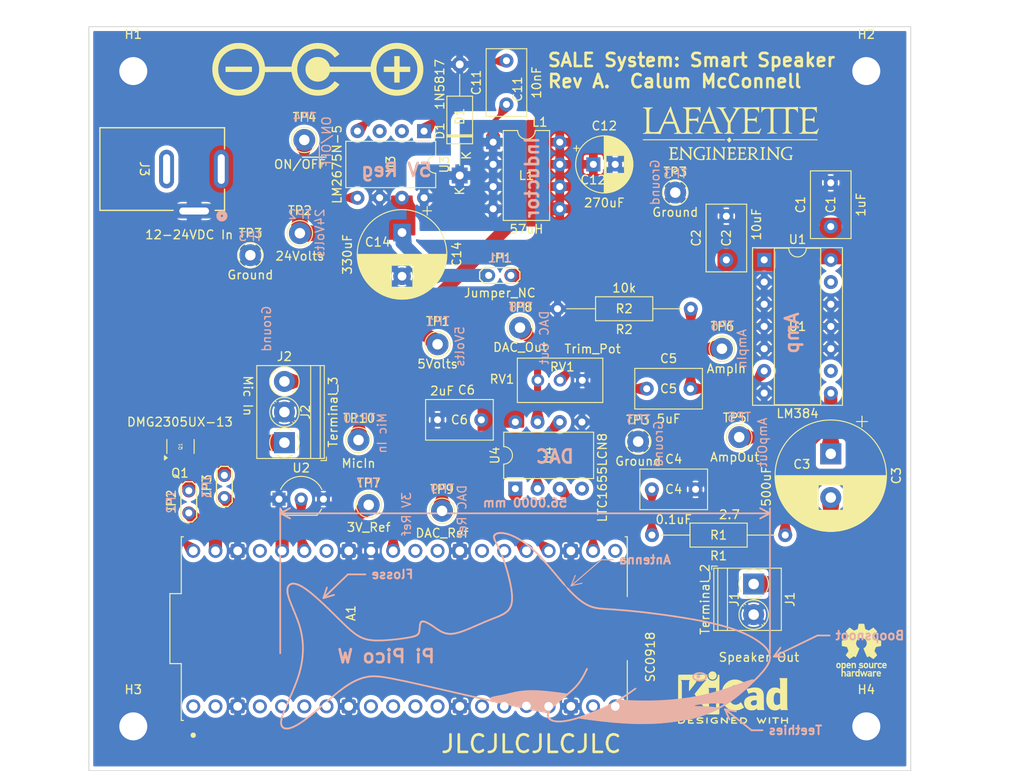
<source format=kicad_pcb>
(kicad_pcb (version 20241229) (generator "pcbnew") (generator_version "9.0")
  (layers (0 "F.Cu" signal) (2 "B.Cu" mixed) (13 "F.Paste" user) (15 "B.Paste" user) (5 "F.SilkS" user "F.Silkscreen") (7 "B.SilkS" user "B.Silkscreen") (1 "F.Mask" user) (3 "B.Mask" user) (25 "Edge.Cuts" user))
  (net 0 "")
  (net 4 "Net-(A1-GP17)")
  (net 8 "Net-(A1-GP18)")
  (net 12 "Net-(A1-ADC_VREF)")
  (net 13 "Net-(A1-VBUS)")
  (net 17 "Net-(A1-VSYS)")
  (net 18 "Net-(A1-3V3_OUT)")
  (net 22 "Net-(A1-GP19)")
  (net 30 "/Adafruit_1713_Microphone/OUTPUT")
  (net 32 "Net-(U1-BYPASS)")
  (net 33 "GND")
  (net 34 "Net-(C4-Pad1)")
  (net 35 "Net-(U1--)")
  (net 36 "VDD")
  (net 37 "Net-(U3-CB)")
  (net 38 "/Power_converter/5VOut")
  (net 39 "/Power_converter/VoltageIn")
  (net 41 "Net-(U3-ON{slash}~{OFF})")
  (net 46 "/Power_converter/VSwitch")
  (net 47 "/AudioOut")
  (net 48 "/SpeakerOut")
  (net 49 "Net-(JP1-B)")
  (net 50 "Net-(C5-Pad1)")
  (net 51 "Net-(JP2-B)")
  (net 52 "Net-(U4-VOUT)")
  (net 53 "Net-(U4-REF)")
  (footprint "TestPoint:TestPoint_THTPad_D2.5mm_Drill1.2mm" (layer "F.Cu") (at 64.1858 52.8066)
    (property "Reference" "TP3")
    (property "Value" "Ground")
  )
  (footprint "TerminalBlock_Phoenix:TerminalBlock_Phoenix_PT-1,5-3-3.5-H_1x03_P3.50mm_Horizontal" (layer "F.Cu") (at 68.0832 74.239 90)
    (property "Reference" "J2")
    (property "Value" "Terminal_3")
  )
  (footprint "Symbol:Symbol_Danger_8x8mm_Copper" (layer "F.Cu") (at 53.173992 55.94065)
    (property "Reference" "REF**" (hide yes))
    (property "Value" "Symbol_Danger_8x8mm_Copper" (hide yes))
  )
  (footprint "Resistor_THT:R_Axial_DIN0207_L6.3mm_D2.5mm_P15.24mm_Horizontal" (layer "F.Cu") (at 114.554 58.928 180)
    (property "Reference" "R2")
    (property "Value" "10k")
  )
  (footprint "Raspberry_Pi_Pico_W:MODULE_SC0918" (layer "F.Cu") (at 81.788 95.504 90)
    (property "Reference" "A1")
    (property "Value" "SC0918")
  )
  (footprint "BarrelJack:CONN3_54-00166_TEN" (layer "F.Cu") (at 60.86 42.952 -90)
    (property "Reference" "J3")
    (property "Value" "54-00166")
  )
  (footprint "TestPoint:TestPoint_2Pads_Pitch2.54mm_Drill0.8mm" (layer "F.Cu") (at 57.15 82.276 90)
    (property "Reference" "JP2")
    (property "Value" "Jumper_NC")
  )
  (footprint "Capacitor_THT:C_Disc_D7.5mm_W4.4mm_P5.00mm" (layer "F.Cu") (at 118.618 53.34 90)
    (property "Reference" "C2")
    (property "Value" "10uF")
  )
  (footprint "Package_TO_SOT_SMD:SOT-23-3" (layer "F.Cu") (at 56.2 74.676 90)
    (property "Reference" "Q1")
    (property "Value" "DMG2305UX-13")
  )
  (footprint "TestPoint:TestPoint_THTPad_D2.5mm_Drill1.2mm" (layer "F.Cu") (at 118.11 63.5)
    (property "Reference" "TP6")
    (property "Value" "AmpIn")
  )
  (footprint "TestPoint:TestPoint_THTPad_D2.5mm_Drill1.2mm" (layer "F.Cu") (at 120.0912 73.6092)
    (property "Reference" "TP5")
    (property "Value" "AmpOut")
  )
  (footprint "Capacitor_THT:CP_Radial_D10.0mm_P5.00mm" (layer "F.Cu") (at 81.534 50.210323 -90)
    (property "Reference" "C14")
    (property "Value" "330uF")
  )
  (footprint "TestPoint:TestPoint_THTPad_D2.5mm_Drill1.2mm" (layer "F.Cu") (at 85.598 62.992)
    (property "Reference" "TP1")
    (property "Value" "5Volts")
  )
  (footprint "Symbol:KiCad-Logo2_5mm_SilkScreen" (layer "F.Cu") (at 119.38 103.378)
    (property "Reference" "REF**" (hide yes))
    (property "Value" "KiCad-Logo2_5mm_SilkScreen" (hide yes))
  )
  (footprint "MountingHole:MountingHole_3.2mm_M3_Pad" (layer "F.Cu") (at 134.62 106.68)
    (property "Reference" "H4")
    (property "Value" "MountingHole_Pad")
  )
  (footprint "TestPoint:TestPoint_2Pads_Pitch2.54mm_Drill0.8mm" (layer "F.Cu") (at 91.44 55.118)
    (property "Reference" "JP1")
    (property "Value" "Jumper_NC")
  )
  (footprint "TestPoint:TestPoint_THTPad_D2.5mm_Drill1.2mm" (layer "F.Cu") (at 86.106 82.042)
    (property "Reference" "TP9")
    (property "Value" "DAC_Ref")
  )
  (footprint "Potentiometer_THT:Potentiometer_Bourns_3296W_Vertical" (layer "F.Cu") (at 102.1434 67.1068)
    (property "Reference" "RV1")
    (property "Value" "Trim_Pot")
  )
  (footprint "TestPoint:TestPoint_THTPad_D2.5mm_Drill1.2mm" (layer "F.Cu") (at 95.0214 61.087)
    (property "Reference" "TP8")
    (property "Value" "DAC_Out")
  )
  (footprint "Package_DIP:DIP-8_W7.62mm" (layer "F.Cu") (at 94.488 79.502 90)
    (property "Reference" "U4")
    (property "Value" "LTC1655LCN8")
  )
  (footprint "Capacitor_THT:C_Disc_D7.5mm_W4.4mm_P5.00mm" (layer "F.Cu") (at 90.598 71.628 180)
    (property "Reference" "C6")
    (property "Value" "2uF")
  )
  (footprint "MountingHole:MountingHole_3.2mm_M3_Pad" (layer "F.Cu") (at 134.62 31.75)
    (property "Reference" "H2")
    (property "Value" "MountingHole_Pad")
  )
  (footprint "Capacitor_THT:CP_Radial_D6.3mm_P2.50mm" (layer "F.Cu") (at 103.408 42.418)
    (property "Reference" "C12")
    (property "Value" "270uF")
  )
  (footprint "TestPoint:TestPoint_THTPad_D2.5mm_Drill1.2mm" (layer "F.Cu") (at 76.5556 73.9394)
    (property "Reference" "TP10")
    (property "Value" "MicIn")
  )
  (footprint "Symbol:Smolhaj_Scale_0.1" (layer "F.Cu") (at 123.603521 98.829362)
    (property "Reference" "REF**" (hide yes))
    (property "Value" "Smolhaj_Scale_0.1")
  )
  (footprint "Capacitor_THT:CP_Radial_D12.5mm_P5.00mm" (layer "F.Cu") (at 130.556 75.518 -90)
    (property "Reference" "C3")
    (property "Value" "500uF")
  )
  (footprint "TestPoint:TestPoint_THTPad_D2.5mm_Drill1.2mm" (layer "F.Cu") (at 108.5342 74.1172)
    (property "Reference" "TP3")
    (property "Value" "Ground")
  )
  (footprint "TestPoint:TestPoint_THTPad_D2.5mm_Drill1.2mm" (layer "F.Cu") (at 77.724 81.3562)
    (property "Reference" "TP7")
    (property "Value" "3V_Ref")
  )
  (footprint "Package_DIP:DIP-8_W7.62mm" (layer "F.Cu") (at 84.054 38.618 -90)
    (property "Reference" "U3")
    (property "Value" "LM2675N-5")
  )
  (footprint "Capacitor_THT:C_Disc_D7.5mm_W4.4mm_P5.00mm" (layer "F.Cu") (at 109.514 68.072)
    (property "Reference" "C5")
    (property "Value" "5uF")
  )
  (footprint "MountingHole:MountingHole_3.2mm_M3_Pad" (layer "F.Cu") (at 50.8 106.68)
    (property "Reference" "H3")
    (property "Value" "MountingHole_Pad")
  )
  (footprint "Diode_THT:D_A-405_P12.70mm_Horizontal" (layer "F.Cu") (at 88.128 43.688 90)
    (property "Reference" "D1")
    (property "Value" "1N5817")
  )
  (footprint "Capacitor_THT:C_Disc_D7.5mm_W4.4mm_P5.00mm" (layer "F.Cu") (at 93.472 35.56 90)
    (property "Reference" "C11")
    (property "Value" "10nF")
  )
  (footprint "Package_TO_SOT_THT:TO-92_Inline_Wide" (layer "F.Cu") (at 67.4624 80.6958)
    (property "Reference" "U2")
    (property "Value" "LM4040LP-3")
  )
  (footprint "Symbol:Polarity_Center_Positive_6mm_SilkScreen" (layer "F.Cu") (at 71.9 31.55)
    (property "Reference" "REF**" (hide yes))
    (property "Value" "Polarity_Center_Positive_6mm_SilkScreen" (hide yes))
  )
  (footprint "Package_DIP:DIP-14_W7.62mm_Socket" (layer "F.Cu") (at 122.946 53.335)
    (property "Reference" "U1")
    (property "Value" "LM384")
  )
  (footprint "Capacitor_THT:C_Disc_D7.5mm_W4.4mm_P5.00mm" (layer "F.Cu") (at 130.556 49.53 90)
    (property "Reference" "C1")
    (property "Value" "1uF")
  )
  (footprint "Resistor_THT:R_Axial_DIN0207_L6.3mm_D2.5mm_P15.24mm_Horizontal" (layer "F.Cu") (at 125.349 84.8106 180)
    (property "Reference" "R1")
    (property "Value" "2.7")
  )
  (footprint "TestPoint:TestPoint_THTPad_D2.5mm_Drill1.2mm" (layer "F.Cu") (at 70.358 39.624)
    (property "Reference" "TP4")
    (property "Value" "ON/~{OFF}")
  )
  (footprint "MountingHole:MountingHole_3.2mm_M3_Pad" (layer "F.Cu") (at 50.8 31.75)
    (property "Reference" "H1")
    (property "Value" "MountingHole_Pad")
  )
  (footprint "TerminalBlock_Phoenix:TerminalBlock_Phoenix_PT-1,5-2-3.5-H_1x02_P3.50mm_Horizontal" (layer "F.Cu") (at 121.7422 90.4038 -90)
    (property "Reference" "J1")
    (property "Value" "Terminal_2")
  )
  (footprint "Symbol:OSHW-Logo_5.7x6mm_SilkScreen" (layer "F.Cu") (at 134.0612 97.9678)
    (property "Reference" "REF**" (hide yes))
    (property "Value" "OSHW-Logo_5.7x6mm_SilkScreen" (hide yes))
  )
  (footprint "TestPoint:TestPoint_2Pads_Pitch2.54mm_Drill0.8mm" (layer "F.Cu") (at 61.214 80.518 90)
    (property "Reference" "JP3")
    (property "Value" "Jumper_NC" (hide yes))
  )
  (footprint "Package_DIP:DIP-8_W7.62mm" (layer "F.Cu") (at 91.948 39.878)
    (property "Reference" "L1")
    (property "Value" "57uH")
  )
  (footprint "Capacitor_THT:C_Disc_D7.5mm_W4.4mm_P5.00mm" (layer "F.Cu") (at 110.0982 79.5782)
    (property "Reference" "C4")
    (property "Value" "0.1uF")
  )
  (footprint "TestPoint:TestPoint_THTPad_D2.5mm_Drill1.2mm" (layer "F.Cu") (at 69.85 50.292)
    (property "Reference" "TP2")
    (property "Value" "24Volts")
  )
  (footprint "TestPoint:TestPoint_THTPad_D2.5mm_Drill1.2mm" (layer "F.Cu") (at 112.776 45.6438)
    (property "Reference" "TP3")
    (property "Value" "Ground")
  )
  (gr_poly (pts (xy 122.379711 35.863858) (xy 122.374244 35.904218) (xy 122.369707 35.945631) (xy 122.366038 35.987664) (xy 122.363175 36.029884) (xy 122.361056 36.071856) (xy 122.359619 36.113145) (xy 122.358802 36.153319) (xy 122.358544 36.191942) (xy 122.369129 36.493567) (xy 122.369129 36.504151) (xy 122.358544 36.504151) (xy 122.351102 36.504895) (xy 122.343475 36.505546) (xy 122.334732 36.506136) (xy 122.325988 36.506477) (xy 122.321965 36.506496) (xy 122.318361 36.506384) (xy 122.315314 36.506116) (xy 122.312966 36.50567) (xy 122.312097 36.505373) (xy 122.311454 36.505023) (xy 122.311056 36.504616) (xy 122.310919 36.504151) (xy 122.273371 36.415619) (xy 122.253772 36.373717) (xy 122.232785 36.33366) (xy 122.209782 36.295649) (xy 122.184137 36.259887) (xy 122.15522 36.226573) (xy 122.139338 36.210898) (xy 122.122404 36.195911) (xy 122.104338 36.181637) (xy 122.085061 36.168101) (xy 122.064496 36.155329) (xy 122.042564 36.143346) (xy 122.019186 36.132176) (xy 121.994284 36.121846) (xy 121.967779 36.112379) (xy 121.939594 36.103803) (xy 121.909648 36.096141) (xy 121.877865 36.089418) (xy 121.844165 36.083661) (xy 121.80847 36.078894) (xy 121.770701 36.075143) (xy 121.730781 36.072432) (xy 121.68863 36.070787) (xy 121.64417 36.070233) (xy 121.549378 36.071386) (xy 121.465028 36.073252) (xy 121.390522 36.07642) (xy 121.325264 36.081479) (xy 121.295916 36.084902) (xy 121.268656 36.089019) (xy 121.24341 36.093903) (xy 121.220102 36.099628) (xy 121.198659 36.106268) (xy 121.179006 36.113896) (xy 121.161067 36.122586) (xy 121.144769 36.132412) (xy 121.130036 36.143447) (xy 121.116795 36.155764) (xy 121.10497 36.169439) (xy 121.094487 36.184543) (xy 121.085272 36.201151) (xy 121.07725 36.219337) (xy 121.070345 36.239173) (xy 121.064484 36.260735) (xy 121.059592 36.284094) (xy 121.055595 36.309326) (xy 121.052417 36.336503) (xy 121.049984 36.365699) (xy 121.047055 36.430445) (xy 121.046212 36.504151) (xy 121.046212 37.202652) (xy 121.443087 37.202652) (xy 121.57791 37.20197) (xy 121.637947 37.200629) (xy 121.6932 37.198187) (xy 121.719065 37.196452) (xy 121.743772 37.194319) (xy 121.767334 37.191749) (xy 121.789763 37.1887) (xy 121.811072 37.185131) (xy 121.831274 37.181002) (xy 121.85038 37.176273) (xy 121.868404 37.170902) (xy 121.885359 37.164849) (xy 121.901256 37.158073) (xy 121.916109 37.150534) (xy 121.92993 37.142191) (xy 121.942732 37.133002) (xy 121.954527 37.122928) (xy 121.965328 37.111928) (xy 121.975147 37.099961) (xy 121.983998 37.086985) (xy 121.991892 37.072962) (xy 121.998842 37.05785) (xy 122.004861 37.041607) (xy 122.009962 37.024195) (xy 122.014156 37.005571) (xy 122.017457 36.985695) (xy 122.019878 36.964527) (xy 122.019878 36.953943) (xy 122.093962 36.953943) (xy 122.093962 37.652445) (xy 122.019879 37.652445) (xy 122.019879 37.641861) (xy 122.013227 37.603552) (xy 122.008614 37.586122) (xy 122.003126 37.569794) (xy 121.99675 37.554531) (xy 121.989474 37.540298) (xy 121.981286 37.52706) (xy 121.972172 37.514779) (xy 121.96212 37.503421) (xy 121.951118 37.49295) (xy 121.939152 37.483329) (xy 121.926211 37.474523) (xy 121.912281 37.466497) (xy 121.897351 37.459213) (xy 121.864437 37.446732) (xy 121.827368 37.436793) (xy 121.786044 37.42911) (xy 121.740364 37.423396) (xy 121.690226 37.419364) (xy 121.63553 37.416727) (xy 121.576176 37.415199) (xy 121.443088 37.414321) (xy 121.046215 37.414321) (xy 121.046215 38.260987) (xy 121.048902 38.405123) (xy 121.052121 38.464114) (xy 121.05779 38.515152) (xy 121.061824 38.537868) (xy 121.066808 38.558811) (xy 121.072853 38.578053) (xy 121.080073 38.595664) (xy 121.08858 38.611718) (xy 121.098485 38.626285) (xy 121.109903 38.639438) (xy 121.122944 38.651248) (xy 121.137721 38.661786) (xy 121.154348 38.671125) (xy 121.172935 38.679336) (xy 121.193596 38.686491) (xy 121.216443 38.692662) (xy 121.241588 38.697919) (xy 121.299222 38.705983) (xy 121.367399 38.711257) (xy 121.447017 38.714314) (xy 121.644173 38.716071) (xy 121.700295 38.715562) (xy 121.753635 38.71405) (xy 121.804295 38.711554) (xy 121.852377 38.708092) (xy 121.897983 38.703685) (xy 121.941213 38.698351) (xy 121.98217 38.69211) (xy 122.020956 38.684982) (xy 122.057672 38.676986) (xy 122.092421 38.668141) (xy 122.125303 38.658466) (xy 122.156421 38.647982) (xy 122.185876 38.636707) (xy 122.21377 38.62466) (xy 122.240205 38.611862) (xy 122.265282 38.598331) (xy 122.289104 38.584087) (xy 122.311771 38.56915) (xy 122.333387 38.553538) (xy 122.354051 38.53727) (xy 122.373868 38.520368) (xy 122.392937 38.502849) (xy 122.42924 38.46604) (xy 122.463777 38.426998) (xy 122.49736 38.385879) (xy 122.564922 38.298029) (xy 122.564922 38.287445) (xy 122.580794 38.292729) (xy 122.580794 38.303313) (xy 122.586582 38.31001) (xy 122.599315 38.325141) (xy 122.606116 38.333543) (xy 122.612048 38.341263) (xy 122.614418 38.344577) (xy 122.616245 38.347371) (xy 122.61742 38.34953) (xy 122.61773 38.350335) (xy 122.617836 38.350937) (xy 122.580939 38.423502) (xy 122.545902 38.497864) (xy 122.513097 38.573343) (xy 122.482897 38.649256) (xy 122.455674 38.724921) (xy 122.4318 38.799655) (xy 122.421234 38.836461) (xy 122.411646 38.872778) (xy 122.40308 38.908521) (xy 122.395584 38.943605) (xy 122.395584 38.948897) (xy 122.385001 38.948897) (xy 122.298288 38.934924) (xy 122.200289 38.924424) (xy 122.090136 38.9169) (xy 121.96696 38.911856) (xy 121.829893 38.908797) (xy 121.678068 38.907226) (xy 121.326668 38.906565) (xy 120.840496 38.907887) (xy 120.598155 38.911029) (xy 120.358293 38.917148) (xy 120.347711 38.917148) (xy 120.347711 38.843065) (xy 120.358293 38.843065) (xy 120.419255 38.832925) (xy 120.473418 38.820235) (xy 120.498074 38.812873) (xy 120.521179 38.8048) (xy 120.542782 38.795994) (xy 120.562932 38.786428) (xy 120.58168 38.77608) (xy 120.599074 38.764925) (xy 120.615163 38.752938) (xy 120.629998 38.740095) (xy 120.643627 38.726373) (xy 120.656101 38.711747) (xy 120.667468 38.696193) (xy 120.677778 38.679686) (xy 120.68708 38.662202) (xy 120.695424 38.643718) (xy 120.702859 38.624208) (xy 120.709435 38.603649) (xy 120.720205 38.559286) (xy 120.728131 38.510435) (xy 120.733608 38.456902) (xy 120.73703 38.398493) (xy 120.738793 38.335015) (xy 120.739293 38.266274) (xy 120.739293 36.530608) (xy 120.738868 36.467395) (xy 120.737381 36.408631) (xy 120.734514 36.354176) (xy 120.72995 36.303893) (xy 120.726932 36.280271) (xy 120.723371 36.25764) (xy 120.719226 36.235981) (xy 120.714458 36.215278) (xy 120.709027 36.195513) (xy 120.702894 36.176668) (xy 120.696019 36.158726) (xy 120.688361 36.14167) (xy 120.679882 36.125482) (xy 120.670542 36.110145) (xy 120.660301 36.095641) (xy 120.649118 36.081953) (xy 120.636956 36.069063) (xy 120.623772 36.056955) (xy 120.609529 36.045609) (xy 120.594186 36.03501) (xy 120.577704 36.02514) (xy 120.560043 36.015981) (xy 120.541162 36.007515) (xy 120.521023 35.999726) (xy 120.499585 35.992596) (xy 120.47681 35.986107) (xy 120.452656 35.980242) (xy 120.427085 35.974983) (xy 120.377729 35.982456) (xy 120.330637 35.991354) (xy 120.285466 36.002237) (xy 120.241877 36.015663) (xy 120.199528 36.032189) (xy 120.158079 36.052374) (xy 120.117187 36.076775) (xy 120.076513 36.105952) (xy 120.035714 36.140461) (xy 119.994451 36.180862) (xy 119.952381 36.227712) (xy 119.909164 36.281569) (xy 119.864459 36.342991) (xy 119.817924 36.412537) (xy 119.769219 36.490765) (xy 119.718003 36.578232) (xy 119.104169 37.663024) (xy 119.104169 38.266274) (xy 119.104672 38.335887) (xy 119.106453 38.400012) (xy 119.109924 38.458867) (xy 119.115496 38.512667) (xy 119.119199 38.53774) (xy 119.12358 38.56163) (xy 119.128692 38.584366) (xy 119.134586 38.605974) (xy 119.141313 38.626481) (xy 119.148924 38.645915) (xy 119.157472 38.664302) (xy 119.167007 38.68167) (xy 119.177581 38.698045) (xy 119.189245 38.713456) (xy 119.20205 38.727928) (xy 119.216048 38.74149) (xy 119.23129 38.754168) (xy 119.247828 38.76599) (xy 119.265712 38.776982) (xy 119.284995 38.787172) (xy 119.305727 38.796587) (xy 119.32796 38.805254) (xy 119.351745 38.8132) (xy 119.377134 38.820452) (xy 119.404177 38.827037) (xy 119.432927 38.832983) (xy 119.463435 38.838317) (xy 119.495751 38.843065) (xy 119.506335 38.843065) (xy 119.506335 38.91715) (xy 119.495751 38.91715) (xy 119.351636 38.91409) (xy 119.215955 38.912519) (xy 118.940127 38.911858) (xy 118.400377 38.922441) (xy 118.389794 38.922441) (xy 118.389794 38.848358) (xy 118.400377 38.848358) (xy 118.461339 38.838218) (xy 118.515502 38.825528) (xy 118.540158 38.818166) (xy 118.563263 38.810094) (xy 118.584865 38.801287) (xy 118.605016 38.791722) (xy 118.623763 38.781373) (xy 118.641157 38.770218) (xy 118.657247 38.758231) (xy 118.672081 38.745389) (xy 118.685711 38.731667) (xy 118.698184 38.71704) (xy 118.709551 38.701486) (xy 118.719861 38.684979) (xy 118.729164 38.667496) (xy 118.737508 38.649011) (xy 118.744943 38.629501) (xy 118.751518 38.608942) (xy 118.762289 38.564579) (xy 118.770215 38.515728) (xy 118.775691 38.462195) (xy 118.779113 38.403787) (xy 118.780877 38.340308) (xy 118.781377 38.271567) (xy 118.781377 37.663025) (xy 118.135794 36.461817) (xy 118.094536 36.388795) (xy 118.055767 36.32413) (xy 118.018998 36.267247) (xy 117.983741 36.217573) (xy 117.966526 36.19526) (xy 117.949506 36.174534) (xy 117.93262 36.155324) (xy 117.915807 36.137557) (xy 117.899005 36.121162) (xy 117.882154 36.106068) (xy 117.865192 36.092202) (xy 117.848059 36.079493) (xy 117.830693 36.06787) (xy 117.813034 36.05726) (xy 117.79502 36.047591) (xy 117.776591 36.038793) (xy 117.757684 36.030793) (xy 117.73824 36.02352) (xy 117.697495 36.010867) (xy 117.653866 36.000261) (xy 117.606865 35.991127) (xy 117.556004 35.982892) (xy 117.500794 35.974983) (xy 117.49021 35.974983) (xy 117.49021 35.895607) (xy 118.56971 35.895607) (xy 118.56971 35.974983) (xy 118.559127 35.974983) (xy 118.525693 35.980197) (xy 118.49481 35.985938) (xy 118.466423 35.992238) (xy 118.453149 35.995606) (xy 118.440478 35.999126) (xy 118.428404 36.002801) (xy 118.41692 36.006635) (xy 118.406019 36.010631) (xy 118.395695 36.014794) (xy 118.385941 36.019128) (xy 118.376749 36.023636) (xy 118.368114 36.028323) (xy 118.360028 36.033191) (xy 118.352485 36.038246) (xy 118.345477 36.04349) (xy 118.338999 36.048929) (xy 118.333043 36.054565) (xy 118.327602 36.060402) (xy 118.32267 36.066445) (xy 118.31824 36.072697) (xy 118.314305 36.079163) (xy 118.310858 36.085845) (xy 118.307893 36.092748) (xy 118.305403 36.099876) (xy 118.30338 36.107233) (xy 118.301819 36.114823) (xy 118.300713 36.122648) (xy 118.300054 36.130714) (xy 118.299835 36.139025) (xy 118.301109 36.148247) (xy 118.304817 36.159974) (xy 118.310788 36.174104) (xy 118.318852 36.190535) (xy 118.340577 36.229902) (xy 118.368627 36.277269) (xy 118.438246 36.392776) (xy 118.477086 36.459305) (xy 118.516794 36.530608) (xy 118.987752 37.435483) (xy 119.495752 36.530608) (xy 119.533869 36.461042) (xy 119.568513 36.39873) (xy 119.599188 36.342992) (xy 119.612882 36.317375) (xy 119.625398 36.293145) (xy 119.636674 36.270218) (xy 119.646647 36.248507) (xy 119.655256 36.227928) (xy 119.662439 36.208396) (xy 119.668134 36.189824) (xy 119.672279 36.172129) (xy 119.674811 36.155224) (xy 119.675453 36.147041) (xy 119.675669 36.139025) (xy 119.674732 36.122648) (xy 119.671896 36.107233) (xy 119.669754 36.099876) (xy 119.667123 36.092748) (xy 119.663997 36.085845) (xy 119.660372 36.079163) (xy 119.656244 36.072697) (xy 119.651607 36.066445) (xy 119.640787 36.054565) (xy 119.627874 36.04349) (xy 119.61283 36.033191) (xy 119.595616 36.023636) (xy 119.576192 36.014794) (xy 119.55452 36.006635) (xy 119.530562 35.999126) (xy 119.504278 35.992238) (xy 119.47563 35.985938) (xy 119.444579 35.980197) (xy 119.411086 35.974983) (xy 119.400502 35.974983) (xy 119.400502 35.895607) (xy 119.913794 35.895607) (xy 120.337127 35.890315) (xy 121.247293 35.890315) (xy 121.660705 35.889737) (xy 121.829212 35.888362) (xy 121.974898 35.885685) (xy 122.099748 35.881272) (xy 122.205747 35.874688) (xy 122.252297 35.870447) (xy 122.294879 35.8655) (xy 122.333739 35.859794) (xy 122.369127 35.853273) (xy 122.379711 35.853273)) (stroke (width -0.000001)) (fill yes) (layer "F.SilkS"))
  (gr_poly (pts (xy 128.983713 35.858563) (xy 128.978246 35.898923) (xy 128.973709 35.940336) (xy 128.97004 35.98237) (xy 128.967177 36.02459) (xy 128.965058 36.066561) (xy 128.963621 36.107851) (xy 128.962804 36.148024) (xy 128.962546 36.186647) (xy 128.973131 36.488274) (xy 128.973131 36.498857) (xy 128.962546 36.498857) (xy 128.955105 36.499601) (xy 128.947477 36.500253) (xy 128.938734 36.500842) (xy 128.92999 36.501183) (xy 128.925967 36.501202) (xy 128.922363 36.50109) (xy 128.919317 36.500822) (xy 128.916968 36.500377) (xy 128.916099 36.50008) (xy 128.915457 36.499729) (xy 128.915058 36.499323) (xy 128.914922 36.498857) (xy 128.877374 36.410325) (xy 128.857774 36.368423) (xy 128.836787 36.328366) (xy 128.813785 36.290355) (xy 128.788139 36.254593) (xy 128.759222 36.221279) (xy 128.743341 36.205604) (xy 128.726406 36.190617) (xy 128.70834 36.176343) (xy 128.689064 36.162808) (xy 128.668499 36.150035) (xy 128.646566 36.138052) (xy 128.623188 36.126882) (xy 128.598286 36.116552) (xy 128.571782 36.107086) (xy 128.543596 36.098509) (xy 128.513651 36.090847) (xy 128.481867 36.084125) (xy 128.448167 36.078368) (xy 128.412472 36.073601) (xy 128.374704 36.06985) (xy 128.334783 36.067139) (xy 128.292632 36.065494) (xy 128.248172 36.06494) (xy 128.153381 36.066093) (xy 128.069031 36.067958) (xy 127.994525 36.071126) (xy 127.929267 36.076185) (xy 127.899919 36.079608) (xy 127.872659 36.083725) (xy 127.847413 36.088609) (xy 127.824106 36.094334) (xy 127.802662 36.100974) (xy 127.783009 36.108602) (xy 127.76507 36.117292) (xy 127.748772 36.127118) (xy 127.734039 36.138153) (xy 127.720798 36.150471) (xy 127.708973 36.164145) (xy 127.69849 36.179249) (xy 127.689275 36.195857) (xy 127.681252 36.214043) (xy 127.674348 36.23388) (xy 127.668487 36.255441) (xy 127.663595 36.278801) (xy 127.659597 36.304032) (xy 127.656419 36.33121) (xy 127.653986 36.360406) (xy 127.651058 36.425151) (xy 127.650214 36.498857) (xy 127.650214 37.197359) (xy 128.047089 37.197359) (xy 128.181913 37.196677) (xy 128.241949 37.195336) (xy 128.297203 37.192894) (xy 128.323067 37.191158) (xy 128.347774 37.189026) (xy 128.371336 37.186455) (xy 128.393765 37.183406) (xy 128.415074 37.179837) (xy 128.435275 37.175709) (xy 128.454382 37.170979) (xy 128.472406 37.165608) (xy 128.489361 37.159555) (xy 128.505258 37.152779) (xy 128.520111 37.14524) (xy 128.533932 37.136897) (xy 128.546734 37.127708) (xy 128.558529 37.117634) (xy 128.56933 37.106634) (xy 128.579149 37.094667) (xy 128.587999 37.081692) (xy 128.595893 37.067668) (xy 128.602844 37.052556) (xy 128.608863 37.036314) (xy 128.613964 37.018901) (xy 128.618158 37.000277) (xy 128.62146 36.980402) (xy 128.62388 36.959233) (xy 128.62388 36.94865) (xy 128.697965 36.94865) (xy 128.697965 37.647151) (xy 128.623882 37.647151) (xy 128.623882 37.636568) (xy 128.61723 37.598259) (xy 128.612616 37.580829) (xy 128.607128 37.5645) (xy 128.600753 37.549238) (xy 128.593477 37.535005) (xy 128.585288 37.521766) (xy 128.576174 37.509486) (xy 128.566122 37.498128) (xy 128.55512 37.487656) (xy 128.543155 37.478036) (xy 128.530213 37.46923) (xy 128.516284 37.461203) (xy 128.501353 37.453919) (xy 128.46844 37.441438) (xy 128.431371 37.431499) (xy 128.390047 37.423816) (xy 128.344366 37.418102) (xy 128.294228 37.41407) (xy 128.239533 37.411433) (xy 128.180178 37.409904) (xy 128.04709 37.409026) (xy 127.650215 37.409026) (xy 127.650215 38.255693) (xy 127.652902 38.399829) (xy 127.656121 38.458821) (xy 127.66179 38.509859) (xy 127.665824 38.532575) (xy 127.670808 38.553518) (xy 127.676853 38.572759) (xy 127.684073 38.590371) (xy 127.69258 38.606424) (xy 127.702486 38.620991) (xy 127.713903 38.634144) (xy 127.726944 38.645954) (xy 127.741722 38.656492) (xy 127.758348 38.665831) (xy 127.776935 38.674042) (xy 127.797596 38.681197) (xy 127.820443 38.687367) (xy 127.845588 38.692625) (xy 127.903223 38.700689) (xy 127.9714 38.705962) (xy 128.051018 38.709019) (xy 128.248174 38.710776) (xy 128.304761 38.710268) (xy 128.358507 38.708755) (xy 128.409514 38.706259) (xy 128.457887 38.702797) (xy 128.503729 38.69839) (xy 128.547143 38.693056) (xy 128.588235 38.686816) (xy 128.627106 38.679688) (xy 128.663861 38.671692) (xy 128.698604 38.662847) (xy 128.731438 38.653172) (xy 128.762467 38.642688) (xy 128.791795 38.631413) (xy 128.819524 38.619366) (xy 128.84576 38.606568) (xy 128.870605 38.593037) (xy 128.894164 38.578793) (xy 128.916539 38.563856) (xy 128.937835 38.548244) (xy 128.958155 38.531977) (xy 128.977604 38.515074) (xy 128.996283 38.497555) (xy 129.031753 38.460746) (xy 129.065393 38.421705) (xy 129.098033 38.380586) (xy 129.163631 38.292736) (xy 129.165367 38.291082) (xy 129.167258 38.289387) (xy 129.169583 38.287444) (xy 129.170851 38.286457) (xy 129.172157 38.285501) (xy 129.173478 38.284607) (xy 129.174792 38.283806) (xy 129.176075 38.283129) (xy 129.176697 38.282846) (xy 129.177303 38.282607) (xy 129.17789 38.282414) (xy 129.178454 38.282271) (xy 129.178994 38.282182) (xy 129.179505 38.282152) (xy 129.179505 38.292736) (xy 129.174211 38.313893) (xy 129.179999 38.320591) (xy 129.192732 38.335721) (xy 129.199533 38.344124) (xy 129.205466 38.351844) (xy 129.207835 38.355158) (xy 129.209662 38.357953) (xy 129.210838 38.360112) (xy 129.211147 38.360917) (xy 129.211254 38.361519) (xy 129.174356 38.434083) (xy 129.139319 38.508445) (xy 129.106515 38.583924) (xy 129.076316 38.659837) (xy 129.049093 38.735501) (xy 129.025218 38.810236) (xy 129.014653 38.847041) (xy 129.005064 38.883358) (xy 128.996499 38.919101) (xy 128.989003 38.954186) (xy 128.989003 38.959477) (xy 128.97842 38.959477) (xy 128.891707 38.945504) (xy 128.793707 38.935004) (xy 128.683554 38.92748) (xy 128.560378 38.922437) (xy 128.423312 38.919377) (xy 128.271486 38.917806) (xy 127.920085 38.917145) (xy 127.433915 38.918468) (xy 127.191573 38.92161) (xy 126.951712 38.927728) (xy 126.941127 38.927728) (xy 126.941127 38.853646) (xy 126.951712 38.853646) (xy 127.012674 38.843505) (xy 127.066837 38.830815) (xy 127.091493 38.823453) (xy 127.114597 38.815381) (xy 127.1362 38.806574) (xy 127.156351 38.797009) (xy 127.175098 38.78666) (xy 127.192492 38.775505) (xy 127.208581 38.763518) (xy 127.223416 38.750676) (xy 127.237046 38.736954) (xy 127.249519 38.722328) (xy 127.260886 38.706773) (xy 127.271196 38.690266) (xy 127.280498 38.672783) (xy 127.288842 38.654298) (xy 127.296278 38.634789) (xy 127.302853 38.61423) (xy 127.313624 38.569867) (xy 127.32155 38.521016) (xy 127.327026 38.467483) (xy 127.330449 38.409074) (xy 127.332212 38.345596) (xy 127.332712 38.276854) (xy 127.332712 36.541188) (xy 127.33227 36.472507) (xy 127.330666 36.409197) (xy 127.32748 36.351049) (xy 127.322294 36.297855) (xy 127.31882 36.27305) (xy 127.31469 36.249405) (xy 127.30985 36.226893) (xy 127.304249 36.205489) (xy 127.297833 36.185166) (xy 127.290552 36.165898) (xy 127.282352 36.14766) (xy 127.273181 36.130424) (xy 127.262986 36.114165) (xy 127.251717 36.098856) (xy 127.239319 36.084472) (xy 127.225742 36.070985) (xy 127.210932 36.058371) (xy 127.194837 36.046603) (xy 127.177405 36.035655) (xy 127.158583 36.0255) (xy 127.13832 36.016112) (xy 127.116562 36.007466) (xy 127.093259 35.999535) (xy 127.068356 35.992292) (xy 127.041803 35.985713) (xy 127.013546 35.97977) (xy 126.983533 35.974437) (xy 126.951712 35.969689) (xy 126.941127 35.969689) (xy 126.941127 35.885022) (xy 127.851296 35.885022) (xy 128.264707 35.884443) (xy 128.433214 35.883069) (xy 128.5789 35.880392) (xy 128.703751 35.875979) (xy 128.809749 35.869395) (xy 128.8563 35.865154) (xy 128.898881 35.860207) (xy 128.937742 35.8545) (xy 128.97313 35.84798) (xy 128.983713 35.84798)) (stroke (width -0.000001)) (fill yes) (layer "F.SilkS"))
  (gr_poly (pts (xy 123.44334 40.382944) (xy 123.52256 40.480643) (xy 123.631607 40.608915) (xy 123.905698 40.920709) (xy 124.198641 41.245402) (xy 124.443463 41.510068) (xy 124.443463 40.737485) (xy 124.443293 40.721589) (xy 124.442784 40.706623) (xy 124.441937 40.692553) (xy 124.440756 40.679349) (xy 124.439241 40.666978) (xy 124.437394 40.655409) (xy 124.435218 40.644608) (xy 124.432715 40.634545) (xy 124.429886 40.625188) (xy 124.426733 40.616504) (xy 124.423259 40.608461) (xy 124.419465 40.601028) (xy 124.415353 40.594172) (xy 124.410926 40.587862) (xy 124.406184 40.582065) (xy 124.40113 40.57675) (xy 124.395767 40.571885) (xy 124.390095 40.567437) (xy 124.384117 40.563374) (xy 124.377835 40.559666) (xy 124.37125 40.556279) (xy 124.364365 40.553182) (xy 124.349702 40.547729) (xy 124.333861 40.543051) (xy 124.316857 40.538892) (xy 124.279422 40.53111) (xy 124.274131 40.53111) (xy 124.258255 40.509943) (xy 124.258255 40.46761) (xy 124.279422 40.446445) (xy 124.639255 40.446445) (xy 124.639255 40.45703) (xy 124.760962 40.45703) (xy 124.782129 40.478197) (xy 124.782129 40.520529) (xy 124.766254 40.541695) (xy 124.760962 40.541695) (xy 124.722008 40.547731) (xy 124.704558 40.551183) (xy 124.68845 40.555255) (xy 124.673674 40.560195) (xy 124.666784 40.563068) (xy 124.660224 40.566252) (xy 124.653993 40.569776) (xy 124.648091 40.573672) (xy 124.642517 40.577972) (xy 124.637269 40.582706) (xy 124.632347 40.587904) (xy 124.627749 40.593599) (xy 124.623475 40.599821) (xy 124.619523 40.606601) (xy 124.615893 40.61397) (xy 124.612584 40.621959) (xy 124.609595 40.630599) (xy 124.606924 40.639922) (xy 124.604571 40.649957) (xy 124.602536 40.660737) (xy 124.600815 40.672292) (xy 124.59941 40.684653) (xy 124.598319 40.697851) (xy 124.597541 40.711917) (xy 124.59692 40.742778) (xy 124.59692 41.906944) (xy 124.575754 41.928111) (xy 124.570793 41.928029) (xy 124.565708 41.927832) (xy 124.559879 41.92745) (xy 124.556918 41.927169) (xy 124.55405 41.926819) (xy 124.551368 41.926391) (xy 124.548965 41.925878) (xy 124.546934 41.925272) (xy 124.546087 41.924932) (xy 124.545368 41.924565) (xy 124.544788 41.924172) (xy 124.54436 41.92375) (xy 124.544095 41.923299) (xy 124.544004 41.922818) (xy 124.52813 41.922818) (xy 124.43289 41.807414) (xy 124.337713 41.695111) (xy 124.24266 41.585536) (xy 124.147792 41.478318) (xy 123.958863 41.269463) (xy 123.771422 41.065569) (xy 123.522713 40.795693) (xy 123.522713 41.615901) (xy 123.522883 41.631316) (xy 123.523393 41.645832) (xy 123.524239 41.65948) (xy 123.525421 41.672291) (xy 123.526936 41.684295) (xy 123.528782 41.695524) (xy 123.530958 41.706009) (xy 123.533462 41.715781) (xy 123.536291 41.724871) (xy 123.539443 41.73331) (xy 123.542917 41.741129) (xy 123.546711 41.748358) (xy 123.550823 41.755029) (xy 123.555251 41.761174) (xy 123.559992 41.766822) (xy 123.565046 41.772005) (xy 123.57041 41.776754) (xy 123.576081 41.7811) (xy 123.582059 41.785074) (xy 123.588342 41.788707) (xy 123.594926 41.79203) (xy 123.601811 41.795073) (xy 123.616474 41.800447) (xy 123.632316 41.805078) (xy 123.64932 41.809212) (xy 123.686754 41.816983) (xy 123.707921 41.83815) (xy 123.707921 41.880483) (xy 123.686754 41.90165) (xy 123.205214 41.90165) (xy 123.184047 41.880483) (xy 123.184047 41.83815) (xy 123.199922 41.816983) (xy 123.240623 41.809418) (xy 123.25878 41.805496) (xy 123.275494 41.801109) (xy 123.290783 41.795978) (xy 123.297897 41.793046) (xy 123.304661 41.789823) (xy 123.311075 41.786275) (xy 123.317143 41.782366) (xy 123.322866 41.778062) (xy 123.328246 41.773328) (xy 123.333285 41.768129) (xy 123.337985 41.76243) (xy 123.342347 41.756195) (xy 123.346374 41.749392) (xy 123.350068 41.741983) (xy 123.353431 41.733935) (xy 123.356464 41.725213) (xy 123.359169 41.715781) (xy 123.36155 41.705606) (xy 123.363606 41.694651) (xy 123.365341 41.682882) (xy 123.366756 41.670265) (xy 123.367853 41.656764) (xy 123.368634 41.642344) (xy 123.369257 41.61061) (xy 123.369257 40.393526) (xy 123.390422 40.372359) (xy 123.427465 40.372359)) (stroke (width -0.000001)) (fill yes) (layer "F.SilkS"))
  (gr_poly (pts (xy 125.708679 40.404587) (xy 125.745793 40.405949) (xy 125.782287 40.408086) (xy 125.817974 40.410889) (xy 125.85267 40.414251) (xy 125.886187 40.418062) (xy 125.948943 40.426599) (xy 126.004754 40.435633) (xy 126.052131 40.444294) (xy 126.115631 40.457027) (xy 126.131505 40.483486) (xy 126.099755 40.711026) (xy 126.078589 40.7269) (xy 126.036255 40.7269) (xy 126.01509 40.711026) (xy 126.013729 40.691624) (xy 126.014873 40.673137) (xy 126.020299 40.639093) (xy 126.022395 40.623628) (xy 126.022624 40.609265) (xy 126.021696 40.602511) (xy 126.019892 40.596049) (xy 126.017074 40.589885) (xy 126.013105 40.584026) (xy 126.00785 40.578477) (xy 126.001172 40.573244) (xy 125.992934 40.568333) (xy 125.982999 40.563749) (xy 125.971231 40.559498) (xy 125.957493 40.555586) (xy 125.923561 40.548804) (xy 125.88011 40.543448) (xy 125.826048 40.539564) (xy 125.760281 40.5372) (xy 125.681716 40.536402) (xy 125.6399 40.537412) (xy 125.599767 40.540395) (xy 125.561293 40.545275) (xy 125.524454 40.551977) (xy 125.489227 40.560427) (xy 125.455589 40.570551) (xy 125.423518 40.582273) (xy 125.392988 40.59552) (xy 125.363978 40.610216) (xy 125.336465 40.626286) (xy 125.310423 40.643658) (xy 125.285832 40.662255) (xy 125.262667 40.682003) (xy 125.240904 40.702827) (xy 125.220522 40.724654) (xy 125.201496 40.747407) (xy 125.183803 40.771013) (xy 125.16742 40.795398) (xy 125.152324 40.820486) (xy 125.138491 40.846202) (xy 125.125899 40.872473) (xy 125.114524 40.899224) (xy 125.095331 40.953865) (xy 125.080727 41.00953) (xy 125.070526 41.065621) (xy 125.064542 41.121541) (xy 125.062589 41.176694) (xy 125.064732 41.231728) (xy 125.071301 41.287312) (xy 125.082506 41.342881) (xy 125.098556 41.397869) (xy 125.119659 41.451709) (xy 125.132171 41.478022) (xy 125.146025 41.503836) (xy 125.161248 41.529081) (xy 125.177865 41.553685) (xy 125.195902 41.577577) (xy 125.215386 41.600688) (xy 125.236342 41.622946) (xy 125.258798 41.644281) (xy 125.282778 41.664622) (xy 125.30831 41.683897) (xy 125.335419 41.702038) (xy 125.364132 41.718971) (xy 125.394475 41.734628) (xy 125.426473 41.748937) (xy 125.460154 41.761828) (xy 125.495543 41.773229) (xy 125.532666 41.78307) (xy 125.57155 41.791281) (xy 125.61222 41.79779) (xy 125.654704 41.802527) (xy 125.699026 41.805421) (xy 125.745214 41.806401) (xy 125.755766 41.805874) (xy 125.771093 41.804169) (xy 125.790513 41.8011) (xy 125.813344 41.79648) (xy 125.838903 41.790124) (xy 125.852493 41.786237) (xy 125.866508 41.781846) (xy 125.880865 41.776927) (xy 125.895478 41.771459) (xy 125.910261 41.765416) (xy 125.92513 41.758777) (xy 125.92513 41.594734) (xy 125.925045 41.572377) (xy 125.924696 41.552794) (xy 125.923944 41.535785) (xy 125.922649 41.521148) (xy 125.921755 41.514656) (xy 125.920673 41.508681) (xy 125.919385 41.503198) (xy 125.917875 41.498183) (xy 125.916124 41.493609) (xy 125.914115 41.489452) (xy 125.911831 41.485687) (xy 125.909255 41.482287) (xy 125.906368 41.479229) (xy 125.903154 41.476487) (xy 125.899596 41.474035) (xy 125.895674 41.471849) (xy 125.891373 41.469903) (xy 125.886675 41.468172) (xy 125.881562 41.466631) (xy 125.876017 41.465255) (xy 125.86356 41.462896) (xy 125.849165 41.460893) (xy 125.814005 41.457152) (xy 125.792839 41.435985) (xy 125.792839 41.388361) (xy 125.814005 41.367194) (xy 126.205588 41.367194) (xy 126.20559 41.361902) (xy 126.226757 41.383068) (xy 126.226757 41.430693) (xy 126.20559 41.451859) (xy 126.177189 41.455601) (xy 126.16536 41.457603) (xy 126.154989 41.459963) (xy 126.15032 41.461339) (xy 126.145982 41.46288) (xy 126.141961 41.464611) (xy 126.138246 41.466557) (xy 126.134825 41.468743) (xy 126.131688 41.471195) (xy 126.128822 41.473937) (xy 126.126215 41.476995) (xy 126.123857 41.480395) (xy 126.121735 41.48416) (xy 126.119838 41.488317) (xy 126.118154 41.492891) (xy 126.116671 41.497907) (xy 126.115378 41.503389) (xy 126.113316 41.515856) (xy 126.111875 41.530493) (xy 126.11096 41.547502) (xy 126.110479 41.567085) (xy 126.11034 41.589443) (xy 126.11034 41.737609) (xy 126.110402 41.742506) (xy 126.110588 41.747272) (xy 126.110898 41.751899) (xy 126.111332 41.756378) (xy 126.11189 41.760702) (xy 126.112572 41.764863) (xy 126.113378 41.768854) (xy 126.114308 41.772666) (xy 126.115363 41.776293) (xy 126.116541 41.779725) (xy 126.117843 41.782957) (xy 126.119269 41.785978) (xy 126.12082 41.788783) (xy 126.122494 41.791363) (xy 126.124292 41.793711) (xy 126.125238 41.794795) (xy 126.126215 41.795818) (xy 126.126215 41.827568) (xy 126.08785 41.895698) (xy 126.072288 41.902598) (xy 126.049424 41.908855) (xy 126.017785 41.914383) (xy 125.975898 41.919097) (xy 125.922292 41.922913) (xy 125.855492 41.925743) (xy 125.774026 41.927504) (xy 125.676422 41.92811) (xy 125.624238 41.92696) (xy 125.573843 41.923564) (xy 125.52523 41.917999) (xy 125.478388 41.910344) (xy 125.43331 41.900677) (xy 125.389987 41.889077) (xy 125.348409 41.875623) (xy 125.308569 41.860393) (xy 125.270458 41.843465) (xy 125.234066 41.824919) (xy 125.199386 41.804831) (xy 125.166408 41.783282) (xy 125.135123 41.760348) (xy 125.105524 41.73611) (xy 125.077601 41.710645) (xy 125.051345 41.684032) (xy 125.026748 41.656349) (xy 125.003801 41.627675) (xy 124.982496 41.598088) (xy 124.962823 41.567667) (xy 124.944775 41.53649) (xy 124.928341 41.504635) (xy 124.913514 41.472182) (xy 124.900285 41.439209) (xy 124.888644 41.405794) (xy 124.878584 41.372015) (xy 124.870096 41.337952) (xy 124.863171 41.303682) (xy 124.857799 41.269285) (xy 124.853974 41.234837) (xy 124.850923 41.166109) (xy 124.853914 41.097381) (xy 124.862943 41.028536) (xy 124.878096 40.960203) (xy 124.899458 40.89301) (xy 124.912494 40.860036) (xy 124.927114 40.827583) (xy 124.943329 40.795729) (xy 124.961149 40.764552) (xy 124.980586 40.734131) (xy 125.001649 40.704544) (xy 125.02435 40.67587) (xy 125.048699 40.648187) (xy 125.074707 40.621574) (xy 125.102384 40.596109) (xy 125.131742 40.571871) (xy 125.16279 40.548938) (xy 125.19554 40.527388) (xy 125.230002 40.507301) (xy 125.266186 40.488754) (xy 125.304104 40.471826) (xy 125.343766 40.456596) (xy 125.385183 40.443142) (xy 125.428365 40.431542) (xy 125.473324 40.421876) (xy 125.520069 40.414221) (xy 125.568611 40.408656) (xy 125.618962 40.405259) (xy 125.671131 40.404109)) (stroke (width -0.000001)) (fill yes) (layer "F.SilkS"))
  (gr_poly (pts (xy 113.039922 40.457031) (xy 113.038059 40.466893) (xy 113.036429 40.476637) (xy 113.033803 40.495809) (xy 113.031922 40.514609) (xy 113.030662 40.533099) (xy 113.029897 40.551341) (xy 113.029504 40.569396) (xy 113.029339 40.605197) (xy 113.029339 40.74278) (xy 113.008172 40.769239) (xy 112.976422 40.769239) (xy 112.955255 40.758653) (xy 112.938616 40.720537) (xy 112.930629 40.70275) (xy 112.922348 40.685893) (xy 112.913385 40.670028) (xy 112.903352 40.655218) (xy 112.897813 40.648227) (xy 112.891861 40.641524) (xy 112.885449 40.635115) (xy 112.878526 40.629008) (xy 112.871046 40.623211) (xy 112.862959 40.617732) (xy 112.854217 40.612579) (xy 112.844771 40.607758) (xy 112.834574 40.603279) (xy 112.823576 40.599149) (xy 112.81173 40.595376) (xy 112.798986 40.591966) (xy 112.785296 40.588929) (xy 112.770613 40.586271) (xy 112.754887 40.584002) (xy 112.73807 40.582127) (xy 112.700969 40.579595) (xy 112.658922 40.578737) (xy 112.617006 40.57884) (xy 112.580322 40.579316) (xy 112.548522 40.580411) (xy 112.521256 40.582375) (xy 112.509215 40.58376) (xy 112.498176 40.585455) (xy 112.488097 40.587491) (xy 112.478933 40.589899) (xy 112.470642 40.59271) (xy 112.463178 40.595956) (xy 112.4565 40.599666) (xy 112.450563 40.603873) (xy 112.445323 40.608606) (xy 112.440738 40.613898) (xy 112.436763 40.619779) (xy 112.433355 40.626279) (xy 112.43047 40.633431) (xy 112.428064 40.641266) (xy 112.426095 40.649813) (xy 112.424518 40.659104) (xy 112.42329 40.669171) (xy 112.422367 40.680043) (xy 112.421262 40.704331) (xy 112.420855 40.732216) (xy 112.420797 40.763945) (xy 112.420797 41.06028) (xy 112.568964 41.06028) (xy 112.602222 41.060199) (xy 112.632619 41.059877) (xy 112.660272 41.059199) (xy 112.685298 41.058048) (xy 112.696862 41.057259) (xy 112.707812 41.056308) (xy 112.718164 41.05518) (xy 112.727931 41.053862) (xy 112.737129 41.052339) (xy 112.745771 41.050595) (xy 112.753873 41.048617) (xy 112.761448 41.04639) (xy 112.768512 41.043899) (xy 112.775079 41.041131) (xy 112.781164 41.038069) (xy 112.78678 41.034701) (xy 112.791943 41.031011) (xy 112.796667 41.026984) (xy 112.800967 41.022607) (xy 112.804857 41.017865) (xy 112.808351 41.012742) (xy 112.811465 41.007226) (xy 112.814212 41.0013) (xy 112.816608 40.994951) (xy 112.818666 40.988164) (xy 112.820402 40.980925) (xy 112.82183 40.973218) (xy 112.822964 40.96503) (xy 112.844131 40.943863) (xy 112.875881 40.943863) (xy 112.897048 40.96503) (xy 112.897048 41.293112) (xy 112.875881 41.314279) (xy 112.844131 41.314279) (xy 112.822964 41.293112) (xy 112.82046 41.279022) (xy 112.816825 41.266458) (xy 112.811918 41.255336) (xy 112.808944 41.250289) (xy 112.805601 41.24557) (xy 112.801869 41.24117) (xy 112.797733 41.237076) (xy 112.793174 41.233279) (xy 112.788175 41.229768) (xy 112.776788 41.22356) (xy 112.763433 41.218368) (xy 112.747968 41.214106) (xy 112.730256 41.210689) (xy 112.710157 41.208031) (xy 112.68753 41.206048) (xy 112.662237 41.204654) (xy 112.634138 41.203764) (xy 112.568964 41.203154) (xy 112.420797 41.203154) (xy 112.420797 41.568279) (xy 112.419309 41.681471) (xy 112.420603 41.700448) (xy 112.421852 41.708735) (xy 112.423588 41.71627) (xy 112.425873 41.723087) (xy 112.428773 41.729224) (xy 112.432352 41.734715) (xy 112.436672 41.739596) (xy 112.441799 41.743904) (xy 112.447795 41.747675) (xy 112.454726 41.750943) (xy 112.462655 41.753745) (xy 112.471646 41.756118) (xy 112.481762 41.758095) (xy 112.505629 41.761011) (xy 112.534767 41.76278) (xy 112.569687 41.763688) (xy 112.658922 41.76407) (xy 112.684091 41.763854) (xy 112.708032 41.763211) (xy 112.730788 41.762148) (xy 112.752405 41.76067) (xy 112.772924 41.758786) (xy 112.792391 41.756501) (xy 112.810848 41.753823) (xy 112.828338 41.750759) (xy 112.844907 41.747314) (xy 112.860596 41.743497) (xy 112.87545 41.739313) (xy 112.889513 41.73477) (xy 112.902827 41.729874) (xy 112.915438 41.724632) (xy 112.927387 41.719051) (xy 112.938719 41.713138) (xy 112.949478 41.706899) (xy 112.959706 41.700342) (xy 112.969448 41.693472) (xy 112.978748 41.686298) (xy 112.987648 41.678824) (xy 112.996192 41.671059) (xy 113.004425 41.66301) (xy 113.012389 41.654682) (xy 113.027687 41.637219) (xy 113.042434 41.618725) (xy 113.056979 41.599255) (xy 113.071672 41.578862) (xy 113.103422 41.568279) (xy 113.119297 41.573572) (xy 113.123514 41.576052) (xy 113.127948 41.578595) (xy 113.133188 41.581509) (xy 113.138676 41.584423) (xy 113.143854 41.586965) (xy 113.146152 41.587981) (xy 113.148163 41.588764) (xy 113.149818 41.589267) (xy 113.15049 41.5894) (xy 113.151047 41.589446) (xy 113.151047 41.615904) (xy 113.133477 41.652057) (xy 113.116651 41.68883) (xy 113.100817 41.725851) (xy 113.086224 41.762748) (xy 113.073119 41.799149) (xy 113.06175 41.834682) (xy 113.056794 41.852006) (xy 113.052366 41.868974) (xy 113.048495 41.885539) (xy 113.045214 41.901654) (xy 113.018755 41.917528) (xy 112.97851 41.910542) (xy 112.932931 41.905292) (xy 112.881647 41.90153) (xy 112.824286 41.899008) (xy 112.760476 41.897479) (xy 112.689845 41.896693) (xy 112.52663 41.896363) (xy 112.076839 41.901654) (xy 112.055672 41.880487) (xy 112.055672 41.843445) (xy 112.071547 41.82228) (xy 112.096934 41.817915) (xy 112.119616 41.812668) (xy 112.13974 41.806397) (xy 112.148889 41.802834) (xy 112.157454 41.798963) (xy 112.165452 41.794767) (xy 112.172904 41.790227) (xy 112.179826 41.785327) (xy 112.186237 41.78005) (xy 112.192157 41.774377) (xy 112.197602 41.768291) (xy 112.202592 41.761775) (xy 112.207146 41.754811) (xy 112.21128 41.747382) (xy 112.215015 41.739471) (xy 112.218367 41.73106) (xy 112.221357 41.722131) (xy 112.226319 41.702652) (xy 112.230049 41.680893) (xy 112.232693 41.656717) (xy 112.2344 41.629982) (xy 112.235316 41.60055) (xy 112.235588 41.56828) (xy 112.235588 40.779822) (xy 112.235316 40.747554) (xy 112.2344 40.71813) (xy 112.232693 40.69142) (xy 112.230049 40.667291) (xy 112.228329 40.656153) (xy 112.226319 40.645611) (xy 112.224001 40.635648) (xy 112.221357 40.626249) (xy 112.218367 40.617396) (xy 112.215015 40.609073) (xy 112.21128 40.601263) (xy 112.207146 40.593951) (xy 112.202592 40.587119) (xy 112.197602 40.580751) (xy 112.192157 40.574831) (xy 112.186237 40.569342) (xy 112.179826 40.564268) (xy 112.172904 40.559592) (xy 112.165452 40.555298) (xy 112.157454 40.551369) (xy 112.148889 40.547789) (xy 112.13974 40.544542) (xy 112.129989 40.54161) (xy 112.119616 40.538978) (xy 112.108604 40.536628) (xy 112.096934 40.534545) (xy 112.071547 40.531113) (xy 112.05038 40.509946) (xy 112.05038 40.467613) (xy 112.071547 40.446448) (xy 112.49488 40.446448) (xy 112.689018 40.4462) (xy 112.766864 40.445611) (xy 112.833547 40.444464) (xy 112.890308 40.442572) (xy 112.938388 40.439751) (xy 112.95956 40.437933) (xy 112.979026 40.435813) (xy 112.996943 40.433367) (xy 113.013463 40.430573)) (stroke (width -0.000001)) (fill yes) (layer "F.SilkS"))
  (gr_poly (pts (xy 118.994055 39.340579) (xy 118.995097 39.340858) (xy 118.996176 39.341324) (xy 118.997294 39.341975) (xy 118.998456 39.342812) (xy 118.999662 39.343835) (xy 119.000918 39.345044) (xy 119.002224 39.34644) (xy 119.003585 39.348021) (xy 119.005003 39.349788) (xy 119.008022 39.353881) (xy 119.011305 39.358718) (xy 119.014875 39.364299) (xy 119.018754 39.370624) (xy 119.022967 39.377694) (xy 119.032486 39.394065) (xy 119.043617 39.413412) (xy 119.056546 39.435736) (xy 119.064018 39.449372) (xy 119.070675 39.460737) (xy 119.076697 39.470164) (xy 119.082261 39.477987) (xy 119.087546 39.484538) (xy 119.092731 39.490151) (xy 119.097993 39.49516) (xy 119.10351 39.499897) (xy 119.116026 39.509891) (xy 119.123381 39.515815) (xy 119.131705 39.5228) (xy 119.141176 39.531181) (xy 119.151972 39.54129) (xy 119.164273 39.553461) (xy 119.178255 39.568027) (xy 119.179773 39.569967) (xy 119.181347 39.571824) (xy 119.184632 39.575334) (xy 119.188057 39.578643) (xy 119.191567 39.581835) (xy 119.198626 39.588212) (xy 119.202066 39.591567) (xy 119.205375 39.595147) (xy 119.206963 39.597048) (xy 119.208497 39.599037) (xy 119.209972 39.601125) (xy 119.21138 39.603322) (xy 119.212714 39.60564) (xy 119.213967 39.608088) (xy 119.215134 39.610678) (xy 119.216206 39.61342) (xy 119.217178 39.616324) (xy 119.218042 39.619402) (xy 119.218792 39.622665) (xy 119.21942 39.626121) (xy 119.219921 39.629784) (xy 119.220287 39.633662) (xy 119.220512 39.637767) (xy 119.220588 39.64211) (xy 119.220467 39.650258) (xy 119.220113 39.656941) (xy 119.219542 39.662307) (xy 119.21918 39.664541) (xy 119.218769 39.666502) (xy 119.218312 39.668206) (xy 119.217811 39.669673) (xy 119.217267 39.670921) (xy 119.216682 39.671969) (xy 119.216058 39.672834) (xy 119.215398 39.673536) (xy 119.214702 39.674092) (xy 119.213974 39.674522) (xy 119.212426 39.675074) (xy 119.21077 39.675338) (xy 119.207194 39.675597) (xy 119.205305 39.675885) (xy 119.20337 39.676475) (xy 119.20239 39.67693) (xy 119.201404 39.677515) (xy 119.200414 39.67825) (xy 119.199422 39.679152) (xy 119.181528 39.690543) (xy 119.165409 39.701074) (xy 119.150855 39.711) (xy 119.137659 39.720577) (xy 119.125609 39.730061) (xy 119.114497 39.739707) (xy 119.104114 39.749773) (xy 119.094251 39.760513) (xy 119.084697 39.772183) (xy 119.075244 39.785038) (xy 119.065682 39.799336) (xy 119.055803 39.815331) (xy 119.045397 39.83328) (xy 119.034254 39.853438) (xy 119.022166 39.87606) (xy 119.008922 39.901404) (xy 119.008875 39.902381) (xy 119.008735 39.903326) (xy 119.008499 39.904241) (xy 119.008168 39.905125) (xy 119.007739 39.905977) (xy 119.007213 39.906799) (xy 119.006588 39.90759) (xy 119.005863 39.908349) (xy 119.005037 39.909078) (xy 119.00411 39.909775) (xy 119.00308 39.910442) (xy 119.001946 39.911078) (xy 119.000707 39.911682) (xy 118.999363 39.912256) (xy 118.997912 39.912798) (xy 118.996354 39.91331) (xy 118.994688 39.91379) (xy 118.992911 39.91424) (xy 118.991025 39.914658) (xy 118.989027 39.915046) (xy 118.986916 39.915402) (xy 118.984692 39.915728) (xy 118.982354 39.916022) (xy 118.9799 39.916286) (xy 118.977331 39.916518) (xy 118.974644 39.91672) (xy 118.971838 39.91689) (xy 118.968914 39.91703) (xy 118.96587 39.917138) (xy 118.962704 39.917216) (xy 118.959416 39.917262) (xy 118.956005 39.917278) (xy 118.945272 39.916951) (xy 118.93488 39.915903) (xy 118.929802 39.915077) (xy 118.924798 39.914034) (xy 118.919863 39.912759) (xy 118.914995 39.911242) (xy 118.910188 39.909469) (xy 118.90544 39.907427) (xy 118.900745 39.905104) (xy 118.896102 39.902488) (xy 118.891504 39.899565) (xy 118.88695 39.896324) (xy 118.882434 39.892752) (xy 118.877953 39.888835) (xy 118.873503 39.884562) (xy 118.86908 39.87992) (xy 118.86468 39.874895) (xy 118.8603 39.869477) (xy 118.855935 39.863652) (xy 118.851582 39.857407) (xy 118.847237 39.85073) (xy 118.842896 39.843608) (xy 118.838554 39.836029) (xy 118.834209 39.82798) (xy 118.829856 39.819448) (xy 118.825491 39.810422) (xy 118.816711 39.790833) (xy 118.807838 39.769112) (xy 118.804965 39.76153) (xy 118.802216 39.754591) (xy 118.799467 39.748195) (xy 118.796593 39.74224) (xy 118.793472 39.736627) (xy 118.79178 39.733917) (xy 118.789979 39.731254) (xy 118.788054 39.728626) (xy 118.78599 39.72602) (xy 118.78377 39.723424) (xy 118.78138 39.720825) (xy 118.778804 39.718211) (xy 118.776026 39.715569) (xy 118.773032 39.712885) (xy 118.769805 39.710149) (xy 118.762591 39.704466) (xy 118.75426 39.698418) (xy 118.74469 39.691906) (xy 118.733755 39.684827) (xy 118.721332 39.677082) (xy 118.707297 39.66857) (xy 118.70147 39.664484) (xy 118.695907 39.660188) (xy 118.690623 39.655722) (xy 118.685634 39.651124) (xy 118.680955 39.646433) (xy 118.676601 39.641688) (xy 118.672588 39.636928) (xy 118.668932 39.63219) (xy 118.665648 39.627515) (xy 118.662752 39.62294) (xy 118.660258 39.618505) (xy 118.658184 39.614248) (xy 118.656543 39.610209) (xy 118.655352 39.606425) (xy 118.654626 39.602935) (xy 118.654442 39.601313) (xy 118.65438 39.599779) (xy 118.654518 39.598245) (xy 118.654922 39.596624) (xy 118.655579 39.594922) (xy 118.656478 39.593144) (xy 118.657606 39.591296) (xy 118.65895 39.589385) (xy 118.660497 39.587415) (xy 118.662235 39.585393) (xy 118.666234 39.581215) (xy 118.670844 39.576897) (xy 118.675967 39.572487) (xy 118.6815 39.56803) (xy 118.687343 39.563572) (xy 118.693396 39.559162) (xy 118.699557 39.554844) (xy 118.705726 39.550666) (xy 118.717684 39.542914) (xy 118.728463 39.536278) (xy 118.743558 39.525314) (xy 118.757195 39.516031) (xy 118.769531 39.508129) (xy 118.780719 39.501304) (xy 118.800273 39.489677) (xy 118.80895 39.48427) (xy 118.817099 39.478732) (xy 118.824876 39.472759) (xy 118.832436 39.46605) (xy 118.836184 39.462325) (xy 118.839935 39.458302) (xy 118.843709 39.453945) (xy 118.847526 39.449214) (xy 118.855365 39.438482) (xy 118.863608 39.425804) (xy 118.872408 39.410878) (xy 118.881922 39.393402) (xy 118.883471 39.390457) (xy 118.885142 39.387576) (xy 118.886931 39.384761) (xy 118.888836 39.382013) (xy 118.890853 39.379335) (xy 118.892979 39.376729) (xy 118.895212 39.374197) (xy 118.897548 39.37174) (xy 118.899986 39.369361) (xy 118.902521 39.367061) (xy 118.905151 39.364842) (xy 118.907873 39.362707) (xy 118.910684 39.360657) (xy 118.913582 39.358695) (xy 118.916563 39.356821) (xy 118.919624 39.355038) (xy 118.922763 39.353349) (xy 118.925977 39.351754) (xy 118.929262 39.350257) (xy 118.932616 39.348858) (xy 118.936036 39.34756) (xy 118.939518 39.346365) (xy 118.943061 39.345274) (xy 118.946661 39.34429) (xy 118.950316 39.343414) (xy 118.954022 39.342649) (xy 118.957776 39.341996) (xy 118.961575 39.341458) (xy 118.965418 39.341036) (xy 118.9693 39.340732) (xy 118.973219 39.340548) (xy 118.977172 39.340486) (xy 118.993047 39.340486)) (stroke (width -0.000001)) (fill yes) (layer "F.SilkS"))
  (gr_poly (pts (xy 120.850421 40.457031) (xy 120.848558 40.466893) (xy 120.846928 40.476637) (xy 120.844303 40.495809) (xy 120.842422 40.514609) (xy 120.841161 40.533099) (xy 120.840396 40.551341) (xy 120.840003 40.569396) (xy 120.839838 40.605197) (xy 120.839838 40.74278) (xy 120.818671 40.769239) (xy 120.786922 40.769239) (xy 120.765755 40.758653) (xy 120.749115 40.720537) (xy 120.741128 40.70275) (xy 120.732847 40.685893) (xy 120.723884 40.670028) (xy 120.713851 40.655218) (xy 120.708312 40.648227) (xy 120.70236 40.641524) (xy 120.695947 40.635115) (xy 120.689025 40.629008) (xy 120.681545 40.623211) (xy 120.673458 40.617732) (xy 120.664715 40.612579) (xy 120.65527 40.607758) (xy 120.645073 40.603279) (xy 120.634075 40.599149) (xy 120.622228 40.595376) (xy 120.609485 40.591966) (xy 120.595795 40.588929) (xy 120.581112 40.586271) (xy 120.565386 40.584002) (xy 120.548568 40.582127) (xy 120.511467 40.579595) (xy 120.469421 40.578737) (xy 120.427505 40.57884) (xy 120.390821 40.579316) (xy 120.359021 40.580411) (xy 120.331755 40.582375) (xy 120.319714 40.58376) (xy 120.308675 40.585455) (xy 120.298596 40.587491) (xy 120.289432 40.589899) (xy 120.28114 40.59271) (xy 120.273677 40.595956) (xy 120.266999 40.599666) (xy 120.261062 40.603873) (xy 120.255822 40.608606) (xy 120.251237 40.613898) (xy 120.247262 40.619779) (xy 120.243853 40.626279) (xy 120.240968 40.633431) (xy 120.238563 40.641266) (xy 120.236594 40.649813) (xy 120.235017 40.659104) (xy 120.233789 40.669171) (xy 120.232866 40.680043) (xy 120.231761 40.704331) (xy 120.231354 40.732216) (xy 120.231296 40.763945) (xy 120.231296 41.06028) (xy 120.379463 41.06028) (xy 120.41272 41.060199) (xy 120.443118 41.059877) (xy 120.470771 41.059199) (xy 120.495797 41.058048) (xy 120.507361 41.057259) (xy 120.518311 41.056308) (xy 120.528663 41.05518) (xy 120.53843 41.053862) (xy 120.547628 41.052339) (xy 120.55627 41.050595) (xy 120.564372 41.048617) (xy 120.571947 41.04639) (xy 120.579011 41.043899) (xy 120.585578 41.041131) (xy 120.591663 41.038069) (xy 120.597279 41.034701) (xy 120.602442 41.031011) (xy 120.607166 41.026984) (xy 120.611466 41.022607) (xy 120.615355 41.017865) (xy 120.61885 41.012742) (xy 120.621963 41.007226) (xy 120.624711 41.0013) (xy 120.627107 40.994951) (xy 120.629165 40.988164) (xy 120.630901 40.980925) (xy 120.632329 40.973218) (xy 120.633463 40.96503) (xy 120.65463 40.943863) (xy 120.68638 40.943863) (xy 120.707546 40.96503) (xy 120.707546 41.293112) (xy 120.68638 41.314279) (xy 120.65463 41.314279) (xy 120.633463 41.293112) (xy 120.630959 41.279022) (xy 120.627324 41.266458) (xy 120.622417 41.255336) (xy 120.619443 41.250289) (xy 120.6161 41.24557) (xy 120.612368 41.24117) (xy 120.608232 41.237076) (xy 120.603673 41.233279) (xy 120.598674 41.229768) (xy 120.587287 41.22356) (xy 120.573932 41.218368) (xy 120.558468 41.214106) (xy 120.540755 41.210689) (xy 120.520656 41.208031) (xy 120.498029 41.206048) (xy 120.472736 41.204654) (xy 120.444637 41.203764) (xy 120.379463 41.203154) (xy 120.231296 41.203154) (xy 120.231296 41.568279) (xy 120.229808 41.681471) (xy 120.231102 41.700448) (xy 120.232351 41.708735) (xy 120.234087 41.71627) (xy 120.236372 41.723087) (xy 120.239272 41.729224) (xy 120.242851 41.734715) (xy 120.247171 41.739596) (xy 120.252298 41.743904) (xy 120.258294 41.747675) (xy 120.265225 41.750943) (xy 120.273154 41.753745) (xy 120.282145 41.756118) (xy 120.292261 41.758095) (xy 120.316128 41.761011) (xy 120.345266 41.76278) (xy 120.380186 41.763688) (xy 120.469421 41.76407) (xy 120.494589 41.763854) (xy 120.51853 41.763211) (xy 120.541287 41.762148) (xy 120.562904 41.76067) (xy 120.583423 41.758786) (xy 120.60289 41.756501) (xy 120.621346 41.753823) (xy 120.638837 41.750759) (xy 120.655405 41.747314) (xy 120.671095 41.743497) (xy 120.685949 41.739313) (xy 120.700012 41.73477) (xy 120.713326 41.729874) (xy 120.725936 41.724632) (xy 120.737886 41.719051) (xy 120.749218 41.713138) (xy 120.759977 41.706899) (xy 120.770205 41.700342) (xy 120.779947 41.693472) (xy 120.789247 41.686298) (xy 120.798147 41.678824) (xy 120.806691 41.671059) (xy 120.814924 41.66301) (xy 120.822888 41.654682) (xy 120.838186 41.637219) (xy 120.852933 41.618725) (xy 120.867479 41.599255) (xy 120.882172 41.578862) (xy 120.913922 41.568279) (xy 120.929795 41.573572) (xy 120.934011 41.576052) (xy 120.938445 41.578595) (xy 120.943685 41.581509) (xy 120.949174 41.584423) (xy 120.954352 41.586965) (xy 120.95665 41.587981) (xy 120.958661 41.588764) (xy 120.960316 41.589267) (xy 120.960988 41.5894) (xy 120.961545 41.589446) (xy 120.961545 41.615904) (xy 120.943975 41.652057) (xy 120.92715 41.68883) (xy 120.911316 41.725851) (xy 120.896722 41.762748) (xy 120.883617 41.799149) (xy 120.872248 41.834682) (xy 120.867292 41.852006) (xy 120.862864 41.868974) (xy 120.858993 41.885539) (xy 120.855712 41.901654) (xy 120.829254 41.917528) (xy 120.789008 41.910542) (xy 120.743429 41.905292) (xy 120.692146 41.90153) (xy 120.634785 41.899008) (xy 120.570975 41.897479) (xy 120.500343 41.896693) (xy 120.337129 41.896363) (xy 119.887337 41.901654) (xy 119.866171 41.880487) (xy 119.866171 41.843445) (xy 119.882046 41.82228) (xy 119.907433 41.817915) (xy 119.930116 41.812668) (xy 119.95024 41.806397) (xy 119.959389 41.802834) (xy 119.967953 41.798963) (xy 119.975952 41.794767) (xy 119.983403 41.790227) (xy 119.990325 41.785327) (xy 119.996737 41.78005) (xy 120.002656 41.774377) (xy 120.008102 41.768291) (xy 120.013092 41.761775) (xy 120.017645 41.754811) (xy 120.02178 41.747382) (xy 120.025514 41.739471) (xy 120.028867 41.73106) (xy 120.031856 41.722131) (xy 120.036819 41.702652) (xy 120.040548 41.680893) (xy 120.043193 41.656717) (xy 120.044899 41.629982) (xy 120.045815 41.60055) (xy 120.046088 41.56828) (xy 120.046088 40.779822) (xy 120.045815 40.747554) (xy 120.044899 40.71813) (xy 120.043193 40.69142) (xy 120.040548 40.667291) (xy 120.038828 40.656153) (xy 120.036818 40.645611) (xy 120.034501 40.635648) (xy 120.031856 40.626249) (xy 120.028867 40.617396) (xy 120.025514 40.609073) (xy 120.02178 40.601263) (xy 120.017645 40.593951) (xy 120.013092 40.587119) (xy 120.008102 40.580751) (xy 120.002656 40.574831) (xy 119.996737 40.569342) (xy 119.990325 40.564268) (xy 119.983403 40.559592) (xy 119.975952 40.555298) (xy 119.967953 40.551369) (xy 119.959388 40.547789) (xy 119.95024 40.544542) (xy 119.940488 40.54161) (xy 119.930115 40.538978) (xy 119.919103 40.536628) (xy 119.907433 40.534545) (xy 119.882046 40.531113) (xy 119.86088 40.509946) (xy 119.86088 40.467613) (xy 119.882046 40.446448) (xy 120.305379 40.446448) (xy 120.499517 40.4462) (xy 120.577363 40.445611) (xy 120.644046 40.444464) (xy 120.700808 40.442572) (xy 120.748887 40.439751) (xy 120.770059 40.437933) (xy 120.789526 40.435813) (xy 120.807442 40.433367) (xy 120.823963 40.430573)) (stroke (width -0.000001)) (fill yes) (layer "F.SilkS"))
  (gr_poly (pts (xy 117.252089 40.382944) (xy 117.331309 40.480643) (xy 117.440357 40.608915) (xy 117.714448 40.920709) (xy 118.007392 41.245402) (xy 118.252214 41.510068) (xy 118.252214 40.737485) (xy 118.252044 40.721589) (xy 118.251535 40.706623) (xy 118.250688 40.692553) (xy 118.249506 40.679349) (xy 118.247991 40.666978) (xy 118.246145 40.655409) (xy 118.243969 40.644608) (xy 118.241466 40.634545) (xy 118.238637 40.625188) (xy 118.235484 40.616504) (xy 118.23201 40.608461) (xy 118.228216 40.601028) (xy 118.224104 40.594172) (xy 118.219676 40.587862) (xy 118.214935 40.582065) (xy 118.209881 40.57675) (xy 118.204517 40.571885) (xy 118.198845 40.567437) (xy 118.192867 40.563374) (xy 118.186585 40.559666) (xy 118.180001 40.556279) (xy 118.173116 40.553182) (xy 118.158452 40.547729) (xy 118.142611 40.543051) (xy 118.125607 40.538892) (xy 118.088172 40.53111) (xy 118.08288 40.53111) (xy 118.067005 40.509943) (xy 118.067005 40.46761) (xy 118.088172 40.446445) (xy 118.448005 40.446445) (xy 118.448007 40.45703) (xy 118.569715 40.45703) (xy 118.590882 40.478197) (xy 118.590882 40.520529) (xy 118.575007 40.541695) (xy 118.569715 40.541695) (xy 118.530761 40.547731) (xy 118.513311 40.551183) (xy 118.497202 40.555255) (xy 118.482427 40.560195) (xy 118.475536 40.563068) (xy 118.468976 40.566252) (xy 118.462746 40.569776) (xy 118.456844 40.573672) (xy 118.45127 40.577972) (xy 118.446022 40.582706) (xy 118.441099 40.587904) (xy 118.436502 40.593599) (xy 118.432227 40.599821) (xy 118.428276 40.606601) (xy 118.424646 40.61397) (xy 118.421337 40.621959) (xy 118.418348 40.630599) (xy 118.415677 40.639922) (xy 118.413325 40.649957) (xy 118.411289 40.660737) (xy 118.409569 40.672292) (xy 118.408164 40.684653) (xy 118.407072 40.697851) (xy 118.406294 40.711917) (xy 118.405673 40.742778) (xy 118.405673 41.906944) (xy 118.384506 41.928111) (xy 118.379545 41.928029) (xy 118.37446 41.927832) (xy 118.368631 41.92745) (xy 118.36567 41.927169) (xy 118.362802 41.926819) (xy 118.36012 41.926391) (xy 118.357717 41.925878) (xy 118.355686 41.925272) (xy 118.354839 41.924932) (xy 118.35412 41.924565) (xy 118.353541 41.924172) (xy 118.353113 41.92375) (xy 118.352847 41.923299) (xy 118.352756 41.922818) (xy 118.336881 41.922818) (xy 118.241641 41.807414) (xy 118.146463 41.695111) (xy 118.05141 41.585536) (xy 117.956542 41.478318) (xy 117.767613 41.269463) (xy 117.580173 41.065569) (xy 117.519732 40.998099) (xy 117.457803 40.930631) (xy 117.394882 40.863162) (xy 117.331465 40.795693) (xy 117.331465 41.615901) (xy 117.331635 41.631316) (xy 117.332144 41.645832) (xy 117.332991 41.65948) (xy 117.334172 41.672291) (xy 117.335688 41.684295) (xy 117.337534 41.695524) (xy 117.33971 41.706009) (xy 117.342213 41.715781) (xy 117.345042 41.724871) (xy 117.348195 41.73331) (xy 117.351669 41.741129) (xy 117.355463 41.748358) (xy 117.359575 41.755029) (xy 117.364003 41.761174) (xy 117.368744 41.766822) (xy 117.373798 41.772005) (xy 117.379162 41.776754) (xy 117.384834 41.7811) (xy 117.390812 41.785074) (xy 117.397094 41.788707) (xy 117.403678 41.79203) (xy 117.410563 41.795073) (xy 117.425227 41.800447) (xy 117.441068 41.805078) (xy 117.458072 41.809212) (xy 117.495507 41.816983) (xy 117.516673 41.83815) (xy 117.516673 41.880483) (xy 117.495507 41.90165) (xy 117.013964 41.90165) (xy 116.992798 41.880483) (xy 116.992798 41.83815) (xy 117.008673 41.816983) (xy 117.049374 41.809418) (xy 117.06753 41.805496) (xy 117.084245 41.801109) (xy 117.099533 41.795978) (xy 117.106647 41.793046) (xy 117.113411 41.789823) (xy 117.119825 41.786275) (xy 117.125893 41.782366) (xy 117.131616 41.778062) (xy 117.136996 41.773328) (xy 117.142035 41.768129) (xy 117.146734 41.76243) (xy 117.151097 41.756195) (xy 117.155124 41.749392) (xy 117.158818 41.741983) (xy 117.16218 41.733935) (xy 117.165213 41.725213) (xy 117.167919 41.715781) (xy 117.170299 41.705606) (xy 117.172355 41.694651) (xy 117.17409 41.682882) (xy 117.175505 41.670265) (xy 117.176602 41.656764) (xy 117.177384 41.642344) (xy 117.178006 41.61061) (xy 117.178006 40.393526) (xy 117.199173 40.372359) (xy 117.236215 40.372359)) (stroke (width -0.000001)) (fill yes) (layer "F.SilkS"))
  (gr_poly (pts (xy 115.718013 40.409881) (xy 115.755127 40.411242) (xy 115.79162 40.413379) (xy 115.827308 40.416183) (xy 115.862004 40.419544) (xy 115.895521 40.423355) (xy 115.958277 40.431892) (xy 116.014087 40.440925) (xy 116.061464 40.449586) (xy 116.124964 40.462319) (xy 116.14084 40.488777) (xy 116.109089 40.716318) (xy 116.087923 40.732192) (xy 116.04559 40.732192) (xy 116.024423 40.716318) (xy 116.023062 40.696916) (xy 116.024206 40.678429) (xy 116.029632 40.644384) (xy 116.031729 40.62892) (xy 116.031957 40.614557) (xy 116.031029 40.607802) (xy 116.029225 40.601341) (xy 116.026407 40.595177) (xy 116.022438 40.589318) (xy 116.017183 40.583769) (xy 116.010505 40.578536) (xy 116.002267 40.573624) (xy 115.992332 40.56904) (xy 115.980563 40.56479) (xy 115.966825 40.560878) (xy 115.932893 40.554096) (xy 115.889443 40.548739) (xy 115.83538 40.544856) (xy 115.769613 40.542492) (xy 115.691048 40.541693) (xy 115.649233 40.542704) (xy 115.6091 40.545687) (xy 115.570625 40.550566) (xy 115.533786 40.557269) (xy 115.49856 40.565719) (xy 115.464922 40.575842) (xy 115.432851 40.587565) (xy 115.402322 40.600811) (xy 115.373312 40.615507) (xy 115.345798 40.631578) (xy 115.319757 40.648949) (xy 115.295166 40.667546) (xy 115.272 40.687294) (xy 115.250238 40.708119) (xy 115.229856 40.729945) (xy 115.21083 40.752699) (xy 115.193137 40.776305) (xy 115.176754 40.80069) (xy 115.161658 40.825777) (xy 115.147826 40.851494) (xy 115.135233 40.877765) (xy 115.123858 40.904515) (xy 115.104666 40.959157) (xy 115.090062 41.014821) (xy 115.079861 41.070912) (xy 115.073877 41.126833) (xy 115.071923 41.181986) (xy 115.074067 41.23702) (xy 115.080636 41.292604) (xy 115.091841 41.348173) (xy 115.10789 41.403161) (xy 115.128993 41.457001) (xy 115.141506 41.483314) (xy 115.15536 41.509128) (xy 115.170582 41.534373) (xy 115.187199 41.558976) (xy 115.205236 41.582869) (xy 115.22472 41.60598) (xy 115.245677 41.628238) (xy 115.268132 41.649573) (xy 115.292113 41.669913) (xy 115.317645 41.689189) (xy 115.344754 41.707329) (xy 115.373467 41.724263) (xy 115.403809 41.73992) (xy 115.435808 41.754229) (xy 115.469488 41.767119) (xy 115.504877 41.778521) (xy 115.542001 41.788362) (xy 115.580884 41.796573) (xy 115.621555 41.803082) (xy 115.664038 41.807819) (xy 115.708361 41.810713) (xy 115.754548 41.811693) (xy 115.7651 41.811166) (xy 115.780427 41.809461) (xy 115.799847 41.806391) (xy 115.822678 41.801772) (xy 115.848237 41.795416) (xy 115.861826 41.791528) (xy 115.875842 41.787137) (xy 115.890199 41.782219) (xy 115.904812 41.77675) (xy 115.919595 41.770708) (xy 115.934464 41.764069) (xy 115.934464 41.600026) (xy 115.934378 41.577669) (xy 115.93403 41.558086) (xy 115.933278 41.541077) (xy 115.931983 41.52644) (xy 115.931089 41.519947) (xy 115.930007 41.513973) (xy 115.928719 41.50849) (xy 115.927208 41.503475) (xy 115.925457 41.498901) (xy 115.923449 41.494744) (xy 115.921165 41.490979) (xy 115.918589 41.487579) (xy 115.915702 41.484521) (xy 115.912488 41.481779) (xy 115.908929 41.479327) (xy 115.905008 41.477141) (xy 115.900707 41.475195) (xy 115.896009 41.473464) (xy 115.890896 41.471923) (xy 115.88535 41.470547) (xy 115.872894 41.468188) (xy 115.858499 41.466185) (xy 115.823339 41.462444) (xy 115.802172 41.441277) (xy 115.802172 41.393653) (xy 115.823339 41.372486) (xy 116.029714 41.372486) (xy 116.029715 41.367194) (xy 116.214923 41.367194) (xy 116.23609 41.388361) (xy 116.23609 41.435985) (xy 116.214923 41.457152) (xy 116.186522 41.460893) (xy 116.174693 41.462896) (xy 116.164322 41.465255) (xy 116.159653 41.466631) (xy 116.155314 41.468172) (xy 116.151293 41.469903) (xy 116.147578 41.471849) (xy 116.144158 41.474035) (xy 116.141021 41.476487) (xy 116.138155 41.479229) (xy 116.135548 41.482287) (xy 116.13319 41.485687) (xy 116.131068 41.489452) (xy 116.129171 41.493609) (xy 116.127487 41.498183) (xy 116.126004 41.503198) (xy 116.124712 41.508681) (xy 116.12265 41.521148) (xy 116.121208 41.535785) (xy 116.120294 41.552794) (xy 116.119813 41.572377) (xy 116.119673 41.594734) (xy 116.119673 41.7429) (xy 116.119735 41.746868) (xy 116.119921 41.750828) (xy 116.120232 41.754772) (xy 116.120666 41.758693) (xy 116.121224 41.762583) (xy 116.121906 41.766435) (xy 116.122712 41.770239) (xy 116.123642 41.77399) (xy 116.124696 41.777678) (xy 116.125875 41.781297) (xy 116.127177 41.784838) (xy 116.128603 41.788294) (xy 116.130154 41.791657) (xy 116.131828 41.794919) (xy 116.133626 41.798072) (xy 116.135549 41.80111) (xy 116.135549 41.83286) (xy 116.097184 41.90099) (xy 116.081622 41.90789) (xy 116.058758 41.914147) (xy 116.027119 41.919675) (xy 115.985232 41.924389) (xy 115.931626 41.928204) (xy 115.864826 41.931035) (xy 115.783361 41.932796) (xy 115.685757 41.933402) (xy 115.633573 41.932252) (xy 115.583178 41.928855) (xy 115.534564 41.92329) (xy 115.487722 41.915635) (xy 115.442644 41.905969) (xy 115.39932 41.894369) (xy 115.357743 41.880915) (xy 115.317903 41.865685) (xy 115.279791 41.848757) (xy 115.2434 41.83021) (xy 115.208719 41.810123) (xy 115.175741 41.788573) (xy 115.144456 41.76564) (xy 115.114857 41.741402) (xy 115.086934 41.715937) (xy 115.060678 41.689324) (xy 115.036081 41.661641) (xy 115.013135 41.632967) (xy 114.991829 41.60338) (xy 114.972156 41.572959) (xy 114.954108 41.541782) (xy 114.937674 41.509928) (xy 114.922847 41.477475) (xy 114.909618 41.444502) (xy 114.897977 41.411086) (xy 114.887918 41.377308) (xy 114.879429 41.343245) (xy 114.872504 41.308975) (xy 114.867132 41.274577) (xy 114.863307 41.24013) (xy 114.860256 41.171402) (xy 114.863247 41.102674) (xy 114.872276 41.033829) (xy 114.887429 40.965496) (xy 114.908791 40.898303) (xy 114.921827 40.86533) (xy 114.936447 40.832877) (xy 114.952662 40.801023) (xy 114.970482 40.769846) (xy 114.989919 40.739425) (xy 115.010982 40.709838) (xy 115.033683 40.681164) (xy 115.058032 40.653481) (xy 115.08404 40.626868) (xy 115.111718 40.601403) (xy 115.141075 40.577164) (xy 115.172124 40.554231) (xy 115.204873 40.532681) (xy 115.239335 40.512594) (xy 115.27552 40.494047) (xy 115.313438 40.477119) (xy 115.3531 40.461889) (xy 115.394517 40.448435) (xy 115.437699 40.436836) (xy 115.482658 40.427169) (xy 115.529403 40.419514) (xy 115.577945 40.413949) (xy 115.628295 40.410552) (xy 115.680464 40.409403)) (stroke (width -0.000001)) (fill yes) (layer "F.SilkS"))
  (gr_poly (pts (xy 121.597585 40.436427) (xy 121.629465 40.438105) (xy 121.660427 40.440857) (xy 121.690465 40.444645) (xy 121.719568 40.449433) (xy 121.747729 40.455184) (xy 121.774938 40.461862) (xy 121.801187 40.469429) (xy 121.826466 40.477849) (xy 121.850769 40.487084) (xy 121.874085 40.497099) (xy 121.896405 40.507855) (xy 121.917722 40.519318) (xy 121.938027 40.531448) (xy 121.95731 40.544211) (xy 121.975563 40.557568) (xy 121.992778 40.571484) (xy 122.008945 40.58592) (xy 122.024056 40.600842) (xy 122.038102 40.616211) (xy 122.051075 40.63199) (xy 122.062965 40.648144) (xy 122.073764 40.664635) (xy 122.083464 40.681426) (xy 122.092055 40.698481) (xy 122.099529 40.715763) (xy 122.105877 40.733234) (xy 122.11109 40.750859) (xy 122.11516 40.768599) (xy 122.118078 40.78642) (xy 122.119835 40.804283) (xy 122.120423 40.822151) (xy 122.120036 40.840067) (xy 122.118877 40.858074) (xy 122.116952 40.876139) (xy 122.114263 40.89423) (xy 122.106609 40.930354) (xy 122.095949 40.966184) (xy 122.0895 40.983906) (xy 122.082311 41.001456) (xy 122.074386 41.0188) (xy 122.065728 41.035906) (xy 122.056342 41.05274) (xy 122.046231 41.069271) (xy 122.035399 41.085464) (xy 122.02385 41.101287) (xy 122.011587 41.116707) (xy 121.998616 41.131691) (xy 121.984939 41.146206) (xy 121.970561 41.160219) (xy 121.955485 41.173697) (xy 121.939715 41.186607) (xy 121.923256 41.198917) (xy 121.90611 41.210593) (xy 121.888282 41.221603) (xy 121.869776 41.231912) (xy 121.850596 41.24149) (xy 121.830745 41.250302) (xy 121.810228 41.258315) (xy 121.789048 41.265497) (xy 121.767209 41.271815) (xy 121.744715 41.277236) (xy 122.025171 41.578861) (xy 122.014586 41.573567) (xy 122.066262 41.628086) (xy 122.089558 41.651806) (xy 122.111489 41.673364) (xy 122.132305 41.692907) (xy 122.152252 41.710582) (xy 122.171579 41.726535) (xy 122.190534 41.740916) (xy 122.209365 41.753869) (xy 122.22832 41.765544) (xy 122.247646 41.776088) (xy 122.267594 41.785646) (xy 122.288409 41.794368) (xy 122.31034 41.8024) (xy 122.333636 41.809889) (xy 122.358544 41.816983) (xy 122.374419 41.843442) (xy 122.363835 41.880484) (xy 122.342668 41.896359) (xy 122.316324 41.894612) (xy 122.292646 41.893299) (xy 122.271324 41.892359) (xy 122.252049 41.891728) (xy 122.23451 41.891345) (xy 122.218398 41.891149) (xy 122.189211 41.891066) (xy 122.067502 41.891066) (xy 122.056754 41.880236) (xy 122.041045 41.863947) (xy 122.03164 41.853912) (xy 122.021367 41.842698) (xy 122.01035 41.830368) (xy 121.998712 41.816983) (xy 121.768525 41.564968) (xy 121.700436 41.491888) (xy 121.632595 41.420357) (xy 121.567235 41.353167) (xy 121.506587 41.293109) (xy 121.38488 41.293109) (xy 121.38488 41.568277) (xy 121.385154 41.601419) (xy 121.386079 41.631498) (xy 121.38781 41.658678) (xy 121.390503 41.683123) (xy 121.392258 41.69437) (xy 121.394311 41.704993) (xy 121.396683 41.715015) (xy 121.399391 41.724453) (xy 121.402456 41.73333) (xy 121.405897 41.741665) (xy 121.409734 41.749479) (xy 121.413985 41.756792) (xy 121.41867 41.763625) (xy 121.423808 41.769997) (xy 121.42942 41.775929) (xy 121.435523 41.781442) (xy 121.442138 41.786555) (xy 121.449285 41.79129) (xy 121.456981 41.795666) (xy 121.465247 41.799704) (xy 121.474103 41.803424) (xy 121.483567 41.806847) (xy 121.493658 41.809993) (xy 121.504397 41.812882) (xy 121.515803 41.815534) (xy 121.527895 41.817971) (xy 121.554213 41.822277) (xy 121.57538 41.843442) (xy 121.57538 41.880484) (xy 121.554213 41.901651) (xy 121.035631 41.901651) (xy 121.014466 41.880484) (xy 121.014466 41.843442) (xy 121.035631 41.822277) (xy 121.061019 41.817971) (xy 121.083701 41.812882) (xy 121.103825 41.806847) (xy 121.112974 41.803424) (xy 121.121538 41.799704) (xy 121.129537 41.795666) (xy 121.136988 41.79129) (xy 121.143911 41.786555) (xy 121.150322 41.781442) (xy 121.156242 41.775929) (xy 121.161687 41.769997) (xy 121.166678 41.763625) (xy 121.171231 41.756792) (xy 121.175365 41.749479) (xy 121.1791 41.741665) (xy 121.182453 41.73333) (xy 121.185442 41.724453) (xy 121.190404 41.704993) (xy 121.194134 41.683123) (xy 121.196779 41.658678) (xy 121.198485 41.631498) (xy 121.199401 41.601419) (xy 121.199674 41.568277) (xy 121.199674 40.785111) (xy 121.19954 40.769239) (xy 121.395462 40.769239) (xy 121.395462 41.155528) (xy 121.533046 41.155528) (xy 121.556487 41.155234) (xy 121.579183 41.15435) (xy 121.601135 41.152877) (xy 121.622343 41.150816) (xy 121.642807 41.148164) (xy 121.662527 41.144924) (xy 121.681503 41.141095) (xy 121.699734 41.136677) (xy 121.717221 41.131669) (xy 121.733965 41.126073) (xy 121.749964 41.119887) (xy 121.765218 41.113112) (xy 121.779729 41.105748) (xy 121.793496 41.097795) (xy 121.806518 41.089253) (xy 121.818796 41.080122) (xy 121.830331 41.070401) (xy 121.841121 41.060092) (xy 121.851166 41.049193) (xy 121.860468 41.037706) (xy 121.869026 41.025629) (xy 121.876839 41.012963) (xy 121.883908 40.999708) (xy 121.890234 40.985864) (xy 121.895815 40.971431) (xy 121.900652 40.956408) (xy 121.904744 40.940797) (xy 121.908093 40.924596) (xy 121.910697 40.907807) (xy 121.912558 40.890428) (xy 121.913674 40.87246) (xy 121.914046 40.853903) (xy 121.914044 40.848613) (xy 121.913688 40.831033) (xy 121.912619 40.81401) (xy 121.91084 40.797546) (xy 121.90835 40.78164) (xy 121.905151 40.766292) (xy 121.901243 40.751502) (xy 121.896628 40.737271) (xy 121.891307 40.723597) (xy 121.88528 40.710482) (xy 121.878549 40.697924) (xy 121.871115 40.685925) (xy 121.862978 40.674484) (xy 121.85414 40.663601) (xy 121.844601 40.653276) (xy 121.834362 40.643509) (xy 121.823425 40.6343) (xy 121.81179 40.62565) (xy 121.799459 40.617557) (xy 121.786432 40.610023) (xy 121.77271 40.603047) (xy 121.758294 40.596628) (xy 121.743186 40.590768) (xy 121.727386 40.585466) (xy 121.710895 40.580723) (xy 121.675844 40.572909) (xy 121.638041 40.567328) (xy 121.597495 40.56398) (xy 121.554212 40.562863) (xy 121.529756 40.563088) (xy 121.507889 40.563918) (xy 121.488471 40.565584) (xy 121.471364 40.56832) (xy 121.463633 40.570162) (xy 121.456427 40.572359) (xy 121.449729 40.574939) (xy 121.443521 40.577932) (xy 121.437786 40.581367) (xy 121.432506 40.585272) (xy 121.427664 40.589678) (xy 121.423243 40.594613) (xy 121.419225 40.600106) (xy 121.415592 40.606186) (xy 121.412328 40.612882) (xy 121.409415 40.620224) (xy 121.406834 40.62824) (xy 121.40457 40.636959) (xy 121.402604 40.646411) (xy 121.400919 40.656625) (xy 121.398322 40.679453) (xy 121.39664 40.705676) (xy 121.395734 40.735527) (xy 121.395462 40.769239) (xy 121.19954 40.769239) (xy 121.199401 40.752842) (xy 121.198485 40.723419) (xy 121.196779 40.696708) (xy 121.194134 40.672579) (xy 121.192414 40.661441) (xy 121.190404 40.6509) (xy 121.188086 40.640937) (xy 121.185442 40.631538) (xy 121.182453 40.622685) (xy 121.1791 40.614361) (xy 121.175365 40.606552) (xy 121.171231 40.59924) (xy 121.166678 40.592408) (xy 121.161687 40.58604) (xy 121.156242 40.58012) (xy 121.150322 40.574631) (xy 121.143911 40.569557) (xy 121.136988 40.564881) (xy 121.129537 40.560587) (xy 121.121538 40.556658) (xy 121.112974 40.553078) (xy 121.103825 40.54983) (xy 121.094073 40.546899) (xy 121.083701 40.544266) (xy 121.072689 40.541917) (xy 121.061019 40.539834) (xy 121.035631 40.536402) (xy 121.014466 40.515235) (xy 121.014466 40.472902) (xy 121.035631 40.451737) (xy 121.167923 40.451737) (xy 121.22762 40.451654) (xy 121.288309 40.451075) (xy 121.350982 40.449504) (xy 121.383373 40.448192) (xy 121.416632 40.446445) (xy 121.422249 40.444582) (xy 121.422824 40.443738) (xy 121.42213 40.442951) (xy 121.417609 40.441537) (xy 121.410017 40.440325) (xy 121.375621 40.437183) (xy 121.37268 40.436746) (xy 121.37467 40.436418) (xy 121.398772 40.436025) (xy 121.564798 40.43586)) (stroke (width -0.000001)) (fill yes) (layer "F.SilkS"))
  (gr_poly (pts (xy 123.057048 40.46761) (xy 123.057048 40.509943) (xy 123.035881 40.53111) (xy 123.009562 40.534542) (xy 122.986065 40.538975) (xy 122.965234 40.544539) (xy 122.95577 40.547787) (xy 122.946915 40.551367) (xy 122.938649 40.555296) (xy 122.930952 40.55959) (xy 122.923806 40.564266) (xy 122.917191 40.56934) (xy 122.911087 40.574829) (xy 122.905476 40.580749) (xy 122.900337 40.587117) (xy 122.895652 40.593949) (xy 122.891401 40.601261) (xy 122.887565 40.609071) (xy 122.884124 40.617394) (xy 122.881059 40.626247) (xy 122.87835 40.635646) (xy 122.875979 40.645609) (xy 122.872171 40.667288) (xy 122.869478 40.691417) (xy 122.867747 40.718128) (xy 122.866822 40.747551) (xy 122.866548 40.779819) (xy 122.866548 41.562984) (xy 122.866822 41.595252) (xy 122.867747 41.624676) (xy 122.869478 41.651386) (xy 122.872171 41.675515) (xy 122.873926 41.686653) (xy 122.875979 41.697195) (xy 122.878351 41.707158) (xy 122.881059 41.716557) (xy 122.884124 41.72541) (xy 122.887565 41.733733) (xy 122.891402 41.741543) (xy 122.895653 41.748855) (xy 122.900338 41.755687) (xy 122.905476 41.762055) (xy 122.911088 41.767975) (xy 122.917191 41.773463) (xy 122.923807 41.778538) (xy 122.930953 41.783213) (xy 122.938649 41.787508) (xy 122.946916 41.791436) (xy 122.955771 41.795016) (xy 122.965235 41.798264) (xy 122.975326 41.801196) (xy 122.986065 41.803828) (xy 122.997471 41.806178) (xy 123.009563 41.808261) (xy 123.035881 41.811693) (xy 123.057048 41.83286) (xy 123.057048 41.869902) (xy 123.035881 41.891069) (xy 122.517298 41.891069) (xy 122.496131 41.869902) (xy 122.496131 41.83286) (xy 122.517298 41.811693) (xy 122.542685 41.80826) (xy 122.565367 41.803828) (xy 122.585491 41.798263) (xy 122.59464 41.795016) (xy 122.603205 41.791436) (xy 122.611204 41.787507) (xy 122.618655 41.783213) (xy 122.625577 41.778537) (xy 122.631989 41.773462) (xy 122.637908 41.767973) (xy 122.643354 41.762053) (xy 122.648344 41.755686) (xy 122.652897 41.748854) (xy 122.657032 41.741541) (xy 122.660766 41.733732) (xy 122.664119 41.725409) (xy 122.667108 41.716556) (xy 122.672071 41.697194) (xy 122.675801 41.675514) (xy 122.678445 41.651385) (xy 122.680152 41.624675) (xy 122.681068 41.595252) (xy 122.68134 41.562984) (xy 122.68134 40.779819) (xy 122.681068 40.747551) (xy 122.680152 40.718127) (xy 122.678445 40.691417) (xy 122.675801 40.667288) (xy 122.67408 40.65615) (xy 122.672071 40.645608) (xy 122.669753 40.635645) (xy 122.667108 40.626246) (xy 122.664119 40.617393) (xy 122.660766 40.60907) (xy 122.657032 40.60126) (xy 122.652897 40.593948) (xy 122.648344 40.587116) (xy 122.643354 40.580748) (xy 122.637908 40.574828) (xy 122.631989 40.569339) (xy 122.625577 40.564265) (xy 122.618655 40.559589) (xy 122.611204 40.555295) (xy 122.603205 40.551366) (xy 122.59464 40.547786) (xy 122.585491 40.544539) (xy 122.57574 40.541607) (xy 122.565367 40.538975) (xy 122.554355 40.536625) (xy 122.542685 40.534542) (xy 122.517298 40.53111) (xy 122.496131 40.509943) (xy 122.496131 40.46761) (xy 122.517298 40.446445) (xy 123.035881 40.446445)) (stroke (width -0.000001)) (fill yes) (layer "F.SilkS"))
  (gr_poly (pts (xy 116.865796 40.46761) (xy 116.865796 40.509943) (xy 116.84463 40.53111) (xy 116.818311 40.534542) (xy 116.794814 40.538975) (xy 116.773983 40.544539) (xy 116.764519 40.547787) (xy 116.755664 40.551367) (xy 116.747397 40.555296) (xy 116.739701 40.55959) (xy 116.732555 40.564266) (xy 116.725939 40.56934) (xy 116.719836 40.574829) (xy 116.714224 40.580749) (xy 116.709086 40.587117) (xy 116.704401 40.593949) (xy 116.70015 40.601261) (xy 116.696313 40.609071) (xy 116.692872 40.617394) (xy 116.689807 40.626247) (xy 116.687099 40.635646) (xy 116.684727 40.645609) (xy 116.680919 40.667288) (xy 116.678226 40.691417) (xy 116.676495 40.718128) (xy 116.67557 40.747551) (xy 116.675296 40.779819) (xy 116.675296 41.562984) (xy 116.67557 41.595252) (xy 116.676495 41.624676) (xy 116.678226 41.651386) (xy 116.680919 41.675515) (xy 116.682674 41.686653) (xy 116.684727 41.697195) (xy 116.687099 41.707158) (xy 116.689807 41.716557) (xy 116.692872 41.72541) (xy 116.696313 41.733733) (xy 116.70015 41.741543) (xy 116.704401 41.748855) (xy 116.709086 41.755687) (xy 116.714224 41.762055) (xy 116.719836 41.767975) (xy 116.725939 41.773463) (xy 116.732555 41.778538) (xy 116.739701 41.783213) (xy 116.747397 41.787508) (xy 116.755664 41.791436) (xy 116.764519 41.795016) (xy 116.773983 41.798264) (xy 116.784075 41.801196) (xy 116.794814 41.803828) (xy 116.806219 41.806178) (xy 116.818311 41.808261) (xy 116.84463 41.811693) (xy 116.865796 41.83286) (xy 116.865796 41.869902) (xy 116.84463 41.891069) (xy 116.326047 41.891069) (xy 116.304881 41.869902) (xy 116.304881 41.83286) (xy 116.326047 41.811693) (xy 116.351434 41.80826) (xy 116.374117 41.803828) (xy 116.394241 41.798263) (xy 116.40339 41.795016) (xy 116.411954 41.791436) (xy 116.419953 41.787507) (xy 116.427404 41.783213) (xy 116.434326 41.778537) (xy 116.440738 41.773462) (xy 116.446657 41.767973) (xy 116.452103 41.762053) (xy 116.457093 41.755686) (xy 116.461646 41.748854) (xy 116.465781 41.741541) (xy 116.469515 41.733732) (xy 116.472868 41.725409) (xy 116.475857 41.716556) (xy 116.48082 41.697194) (xy 116.484549 41.675514) (xy 116.487194 41.651385) (xy 116.4889 41.624675) (xy 116.489816 41.595252) (xy 116.490089 41.562984) (xy 116.490089 40.779819) (xy 116.489816 40.747551) (xy 116.4889 40.718127) (xy 116.487194 40.691417) (xy 116.484549 40.667288) (xy 116.482829 40.65615) (xy 116.480819 40.645608) (xy 116.478502 40.635645) (xy 116.475857 40.626246) (xy 116.472868 40.617393) (xy 116.469515 40.60907) (xy 116.465781 40.60126) (xy 116.461646 40.593948) (xy 116.457093 40.587116) (xy 116.452103 40.580748) (xy 116.446657 40.574828) (xy 116.440738 40.569339) (xy 116.434326 40.564265) (xy 116.427404 40.559589) (xy 116.419953 40.555295) (xy 116.411954 40.551366) (xy 116.403389 40.547786) (xy 116.394241 40.544539) (xy 116.384489 40.541607) (xy 116.374116 40.538975) (xy 116.363104 40.536625) (xy 116.351434 40.534542) (xy 116.326047 40.53111) (xy 116.304881 40.509943) (xy 116.304881 40.46761) (xy 116.326047 40.446445) (xy 116.84463 40.446445)) (stroke (width -0.000001)) (fill yes) (layer "F.SilkS"))
  (gr_poly (pts (xy 113.452672 40.382944) (xy 113.531892 40.480643) (xy 113.64094 40.608915) (xy 113.915031 40.920709) (xy 114.207975 41.245402) (xy 114.452797 41.510068) (xy 114.452797 40.737485) (xy 114.452627 40.721589) (xy 114.452118 40.706623) (xy 114.451271 40.692553) (xy 114.450089 40.679349) (xy 114.448574 40.666978) (xy 114.446728 40.655409) (xy 114.444552 40.644608) (xy 114.442048 40.634545) (xy 114.43922 40.625188) (xy 114.436067 40.616504) (xy 114.432593 40.608461) (xy 114.428799 40.601028) (xy 114.424687 40.594172) (xy 114.420259 40.587862) (xy 114.415517 40.582065) (xy 114.410464 40.57675) (xy 114.4051 40.571885) (xy 114.399428 40.567437) (xy 114.39345 40.563374) (xy 114.387168 40.559666) (xy 114.380583 40.556279) (xy 114.373699 40.553182) (xy 114.359035 40.547729) (xy 114.343194 40.543051) (xy 114.32619 40.538892) (xy 114.288755 40.53111) (xy 114.283464 40.53111) (xy 114.267589 40.509943) (xy 114.267589 40.46761) (xy 114.288755 40.446445) (xy 114.648589 40.446445) (xy 114.64859 40.45703) (xy 114.770298 40.45703) (xy 114.791464 40.478197) (xy 114.791464 40.520529) (xy 114.775589 40.541695) (xy 114.770298 40.541695) (xy 114.731344 40.547731) (xy 114.713894 40.551183) (xy 114.697785 40.555255) (xy 114.683009 40.560195) (xy 114.676119 40.563068) (xy 114.669559 40.566252) (xy 114.663329 40.569776) (xy 114.657427 40.573672) (xy 114.651853 40.577972) (xy 114.646605 40.582706) (xy 114.641682 40.587904) (xy 114.637085 40.593599) (xy 114.63281 40.599821) (xy 114.628859 40.606601) (xy 114.625229 40.61397) (xy 114.62192 40.621959) (xy 114.618931 40.630599) (xy 114.61626 40.639922) (xy 114.613907 40.649957) (xy 114.611872 40.660737) (xy 114.610152 40.672292) (xy 114.608746 40.684653) (xy 114.607655 40.697851) (xy 114.606877 40.711917) (xy 114.606256 40.742778) (xy 114.606256 41.906944) (xy 114.585089 41.928111) (xy 114.580128 41.928029) (xy 114.575043 41.927832) (xy 114.569214 41.92745) (xy 114.566253 41.927169) (xy 114.563385 41.926819) (xy 114.560703 41.926391) (xy 114.5583 41.925878) (xy 114.556269 41.925272) (xy 114.555422 41.924932) (xy 114.554703 41.924565) (xy 114.554124 41.924172) (xy 114.553695 41.92375) (xy 114.55343 41.923299) (xy 114.553339 41.922818) (xy 114.537464 41.922818) (xy 114.442225 41.807414) (xy 114.347047 41.695111) (xy 114.251993 41.585536) (xy 114.157126 41.478318) (xy 113.968196 41.269463) (xy 113.780755 41.065569) (xy 113.532048 40.795693) (xy 113.532048 41.615901) (xy 113.532218 41.631316) (xy 113.532727 41.645832) (xy 113.533574 41.65948) (xy 113.534755 41.672291) (xy 113.53627 41.684295) (xy 113.538117 41.695524) (xy 113.540293 41.706009) (xy 113.542796 41.715781) (xy 113.545625 41.724871) (xy 113.548778 41.73331) (xy 113.552252 41.741129) (xy 113.556046 41.748358) (xy 113.560158 41.755029) (xy 113.564586 41.761174) (xy 113.569327 41.766822) (xy 113.574381 41.772005) (xy 113.579744 41.776754) (xy 113.585416 41.7811) (xy 113.591394 41.785074) (xy 113.597676 41.788707) (xy 113.604261 41.79203) (xy 113.611146 41.795073) (xy 113.625809 41.800447) (xy 113.64165 41.805078) (xy 113.658655 41.809212) (xy 113.696089 41.816983) (xy 113.717256 41.83815) (xy 113.717256 41.880483) (xy 113.696089 41.90165) (xy 113.214547 41.90165) (xy 113.19338 41.880483) (xy 113.19338 41.83815) (xy 113.209255 41.816983) (xy 113.249956 41.809418) (xy 113.268112 41.805496) (xy 113.284827 41.801109) (xy 113.300115 41.795978) (xy 113.30723 41.793046) (xy 113.313993 41.789823) (xy 113.320408 41.786275) (xy 113.326476 41.782366) (xy 113.332198 41.778062) (xy 113.337578 41.773328) (xy 113.342617 41.768129) (xy 113.347317 41.76243) (xy 113.351679 41.756195) (xy 113.355706 41.749392) (xy 113.3594 41.741983) (xy 113.362763 41.733935) (xy 113.365796 41.725213) (xy 113.368501 41.715781) (xy 113.370882 41.705606) (xy 113.372938 41.694651) (xy 113.374673 41.682882) (xy 113.376088 41.670265) (xy 113.377185 41.656764) (xy 113.377966 41.642344) (xy 113.378589 41.61061) (xy 113.378589 40.393526) (xy 113.399755 40.372359) (xy 113.436797 40.372359)) (stroke (width -0.000001)) (fill yes) (layer "F.SilkS"))
  (gr_poly (pts (xy 119.680963 40.45174) (xy 119.6791 40.461601) (xy 119.677469 40.471346) (xy 119.674844 40.490517) (xy 119.672963 40.509317) (xy 119.671702 40.527807) (xy 119.670937 40.546049) (xy 119.670545 40.564105) (xy 119.670379 40.599906) (xy 119.670607 40.613558) (xy 119.671206 40.626777) (xy 119.672054 40.639624) (xy 119.673025 40.65216) (xy 119.674845 40.676552) (xy 119.675444 40.688531) (xy 119.675672 40.700447) (xy 119.675672 40.74278) (xy 119.654505 40.769239) (xy 119.622755 40.769239) (xy 119.601588 40.758653) (xy 119.584948 40.720537) (xy 119.576962 40.70275) (xy 119.56868 40.685893) (xy 119.559717 40.670028) (xy 119.549684 40.655218) (xy 119.544145 40.648227) (xy 119.538194 40.641524) (xy 119.531781 40.635115) (xy 119.524859 40.629008) (xy 119.517378 40.623211) (xy 119.509291 40.617732) (xy 119.500549 40.612579) (xy 119.491104 40.607758) (xy 119.480906 40.603279) (xy 119.469909 40.599149) (xy 119.458062 40.595376) (xy 119.445318 40.591966) (xy 119.431629 40.588929) (xy 119.416945 40.586271) (xy 119.401219 40.584002) (xy 119.384402 40.582127) (xy 119.347301 40.579595) (xy 119.305255 40.578737) (xy 119.263339 40.57884) (xy 119.226655 40.579316) (xy 119.194854 40.580411) (xy 119.167589 40.582375) (xy 119.155547 40.58376) (xy 119.144509 40.585455) (xy 119.134429 40.587491) (xy 119.125266 40.589899) (xy 119.116974 40.59271) (xy 119.109511 40.595956) (xy 119.102833 40.599666) (xy 119.096895 40.603873) (xy 119.091656 40.608606) (xy 119.08707 40.613898) (xy 119.083095 40.619779) (xy 119.079687 40.626279) (xy 119.076802 40.633431) (xy 119.074397 40.641266) (xy 119.072427 40.649813) (xy 119.07085 40.659104) (xy 119.069622 40.669171) (xy 119.068699 40.680043) (xy 119.067595 40.704331) (xy 119.067188 40.732216) (xy 119.06713 40.763945) (xy 119.06713 41.06028) (xy 119.215296 41.06028) (xy 119.248554 41.060199) (xy 119.278951 41.059877) (xy 119.306605 41.059199) (xy 119.33163 41.058048) (xy 119.343194 41.057259) (xy 119.354145 41.056308) (xy 119.364496 41.05518) (xy 119.374264 41.053862) (xy 119.383461 41.052339) (xy 119.392104 41.050595) (xy 119.400205 41.048617) (xy 119.407781 41.04639) (xy 119.414845 41.043899) (xy 119.421412 41.041131) (xy 119.427496 41.038069) (xy 119.433113 41.034701) (xy 119.438276 41.031011) (xy 119.443 41.026984) (xy 119.4473 41.022607) (xy 119.451189 41.017865) (xy 119.454684 41.012742) (xy 119.457797 41.007226) (xy 119.460545 41.0013) (xy 119.46294 40.994951) (xy 119.464999 40.988164) (xy 119.466735 40.980925) (xy 119.468162 40.973218) (xy 119.469297 40.96503) (xy 119.490463 40.943863) (xy 119.522213 40.943863) (xy 119.543379 40.96503) (xy 119.543379 41.293112) (xy 119.522213 41.314279) (xy 119.490463 41.314279) (xy 119.469297 41.293112) (xy 119.466793 41.279022) (xy 119.463158 41.266458) (xy 119.458251 41.255336) (xy 119.455277 41.250289) (xy 119.451934 41.24557) (xy 119.448202 41.24117) (xy 119.444066 41.237076) (xy 119.439507 41.233279) (xy 119.434508 41.229768) (xy 119.423121 41.22356) (xy 119.409766 41.218368) (xy 119.394302 41.214106) (xy 119.376589 41.210689) (xy 119.35649 41.208031) (xy 119.333863 41.206048) (xy 119.30857 41.204654) (xy 119.280471 41.203764) (xy 119.215296 41.203154) (xy 119.06713 41.203154) (xy 119.06713 41.568279) (xy 119.065642 41.681471) (xy 119.066936 41.700448) (xy 119.068185 41.708735) (xy 119.06992 41.71627) (xy 119.072206 41.723087) (xy 119.075106 41.729224) (xy 119.078684 41.734715) (xy 119.083005 41.739596) (xy 119.088131 41.743904) (xy 119.094128 41.747675) (xy 119.101059 41.750943) (xy 119.108988 41.753745) (xy 119.117978 41.756118) (xy 119.128095 41.758095) (xy 119.151962 41.761011) (xy 119.1811 41.76278) (xy 119.21602 41.763688) (xy 119.305255 41.76407) (xy 119.330423 41.763854) (xy 119.354364 41.763211) (xy 119.377121 41.762148) (xy 119.398737 41.76067) (xy 119.419257 41.758786) (xy 119.438723 41.756501) (xy 119.45718 41.753823) (xy 119.47467 41.750759) (xy 119.491239 41.747314) (xy 119.506928 41.743497) (xy 119.521782 41.739313) (xy 119.535845 41.73477) (xy 119.54916 41.729874) (xy 119.56177 41.724632) (xy 119.573719 41.719051) (xy 119.585051 41.713138) (xy 119.59581 41.706899) (xy 119.606038 41.700342) (xy 119.615781 41.693472) (xy 119.62508 41.686298) (xy 119.63398 41.678824) (xy 119.642525 41.671059) (xy 119.650757 41.66301) (xy 119.658721 41.654682) (xy 119.674019 41.637219) (xy 119.688766 41.618725) (xy 119.703312 41.599255) (xy 119.718005 41.578862) (xy 119.749755 41.568279) (xy 119.760337 41.56828) (xy 119.764553 41.570761) (xy 119.768987 41.573303) (xy 119.774227 41.576217) (xy 119.779716 41.579131) (xy 119.784894 41.581674) (xy 119.787192 41.582689) (xy 119.789203 41.583472) (xy 119.790858 41.583976) (xy 119.79153 41.584108) (xy 119.792087 41.584154) (xy 119.792087 41.610613) (xy 119.774517 41.646765) (xy 119.757691 41.683538) (xy 119.741858 41.720558) (xy 119.727264 41.757455) (xy 119.714159 41.793856) (xy 119.70279 41.829389) (xy 119.697834 41.846714) (xy 119.693406 41.863682) (xy 119.689535 41.880247) (xy 119.686254 41.896363) (xy 119.659796 41.912236) (xy 119.61955 41.90525) (xy 119.573971 41.9) (xy 119.522687 41.896238) (xy 119.465326 41.893716) (xy 119.401516 41.892187) (xy 119.330885 41.891401) (xy 119.16767 41.891071) (xy 118.717878 41.896363) (xy 118.696712 41.875196) (xy 118.696712 41.838153) (xy 118.712587 41.816988) (xy 118.737975 41.812624) (xy 118.760657 41.807376) (xy 118.780781 41.801105) (xy 118.78993 41.797542) (xy 118.798494 41.793671) (xy 118.806493 41.789475) (xy 118.813944 41.784935) (xy 118.820867 41.780036) (xy 118.827278 41.774758) (xy 118.833198 41.769085) (xy 118.838643 41.762999) (xy 118.843633 41.756483) (xy 118.848187 41.749519) (xy 118.852321 41.74209) (xy 118.856056 41.734179) (xy 118.859408 41.725768) (xy 118.862398 41.716839) (xy 118.86736 41.69736) (xy 118.871089 41.675602) (xy 118.873734 41.651425) (xy 118.875441 41.62469) (xy 118.876357 41.595258) (xy 118.876629 41.562989) (xy 118.876629 40.77453) (xy 118.876357 40.742262) (xy 118.875441 40.712838) (xy 118.873734 40.686128) (xy 118.871089 40.661999) (xy 118.869369 40.650861) (xy 118.86736 40.640319) (xy 118.865042 40.630357) (xy 118.862397 40.620957) (xy 118.859408 40.612104) (xy 118.856055 40.603781) (xy 118.852321 40.595972) (xy 118.848186 40.588659) (xy 118.843633 40.581827) (xy 118.838643 40.57546) (xy 118.833197 40.56954) (xy 118.827278 40.564051) (xy 118.820866 40.558977) (xy 118.813944 40.554301) (xy 118.806493 40.550007) (xy 118.798494 40.546078) (xy 118.78993 40.542498) (xy 118.780781 40.53925) (xy 118.771029 40.536318) (xy 118.760657 40.533686) (xy 118.749645 40.531336) (xy 118.737975 40.529254) (xy 118.712587 40.525821) (xy 118.691421 40.504654) (xy 118.691421 40.462322) (xy 118.712587 40.441156) (xy 119.135921 40.441156) (xy 119.330059 40.440908) (xy 119.407904 40.440319) (xy 119.474588 40.439172) (xy 119.531349 40.43728) (xy 119.579429 40.434459) (xy 119.6006 40.432641) (xy 119.620067 40.430521) (xy 119.637983 40.428075) (xy 119.654504 40.425281)) (stroke (width -0.000001)) (fill yes) (layer "F.SilkS"))
  (gr_poly (pts (xy 112.268 35.814) (xy 112.272062 35.814267) (xy 112.275194 35.814713) (xy 112.276353 35.81501) (xy 112.277209 35.81536) (xy 112.27774 35.815767) (xy 112.277922 35.816233) (xy 112.387332 36.172076) (xy 112.497361 36.504975) (xy 112.608135 36.820263) (xy 112.719776 37.123273) (xy 113.177506 38.319191) (xy 113.200826 38.381464) (xy 113.223425 38.439349) (xy 113.245699 38.492924) (xy 113.268043 38.542268) (xy 113.290852 38.587456) (xy 113.314521 38.628567) (xy 113.326801 38.647618) (xy 113.339445 38.665679) (xy 113.352502 38.682759) (xy 113.366021 38.698868) (xy 113.380052 38.714016) (xy 113.394644 38.728213) (xy 113.409846 38.741467) (xy 113.425708 38.75379) (xy 113.442279 38.76519) (xy 113.459609 38.775677) (xy 113.477746 38.785262) (xy 113.496742 38.793953) (xy 113.516644 38.80176) (xy 113.537503 38.808694) (xy 113.559367 38.814763) (xy 113.582287 38.819977) (xy 113.606311 38.824347) (xy 113.631489 38.827881) (xy 113.657871 38.83059) (xy 113.685506 38.832483) (xy 113.743494 38.822464) (xy 113.794708 38.810128) (xy 113.817905 38.803025) (xy 113.839566 38.795264) (xy 113.859742 38.786819) (xy 113.878486 38.777664) (xy 113.89585 38.767773) (xy 113.911887 38.757119) (xy 113.926649 38.745677) (xy 113.940187 38.733419) (xy 113.952556 38.720321) (xy 113.963806 38.706355) (xy 113.973991 38.691496) (xy 113.983162 38.675717) (xy 113.991371 38.658993) (xy 113.998672 38.641297) (xy 114.005117 38.622603) (xy 114.010757 38.602884) (xy 114.019834 38.560271) (xy 114.026322 38.513246) (xy 114.030639 38.461602) (xy 114.033205 38.405129) (xy 114.034755 38.276857) (xy 114.034755 36.546482) (xy 114.034313 36.4778) (xy 114.032709 36.41449) (xy 114.029523 36.356343) (xy 114.024337 36.303148) (xy 114.020864 36.278343) (xy 114.016733 36.254698) (xy 114.011893 36.232186) (xy 114.006292 36.210782) (xy 113.999877 36.190459) (xy 113.992595 36.171192) (xy 113.984395 36.152953) (xy 113.975224 36.135717) (xy 113.96503 36.119458) (xy 113.95376 36.104149) (xy 113.941363 36.089765) (xy 113.927785 36.076279) (xy 113.912975 36.063665) (xy 113.89688 36.051897) (xy 113.879448 36.040948) (xy 113.860627 36.030794) (xy 113.840363 36.021406) (xy 113.818606 36.01276) (xy 113.795302 36.004829) (xy 113.770399 35.997586) (xy 113.743846 35.991007) (xy 113.715589 35.985064) (xy 113.685576 35.979732) (xy 113.653755 35.974983) (xy 113.643172 35.974983) (xy 113.643172 35.890315) (xy 114.553339 35.890315) (xy 114.966751 35.889737) (xy 115.135257 35.888362) (xy 115.280943 35.885685) (xy 115.405793 35.881272) (xy 115.511792 35.874688) (xy 115.558342 35.870447) (xy 115.600923 35.8655) (xy 115.639784 35.859794) (xy 115.675172 35.853273) (xy 115.685755 35.853273) (xy 115.685755 35.863858) (xy 115.680288 35.904218) (xy 115.675751 35.945631) (xy 115.672082 35.987664) (xy 115.669219 36.029884) (xy 115.6671 36.071856) (xy 115.665663 36.113145) (xy 115.664847 36.153319) (xy 115.664588 36.191942) (xy 115.675172 36.493567) (xy 115.675172 36.504151) (xy 115.664588 36.504151) (xy 115.657147 36.504895) (xy 115.64952 36.505546) (xy 115.640776 36.506136) (xy 115.632033 36.506477) (xy 115.62801 36.506496) (xy 115.624406 36.506384) (xy 115.621359 36.506116) (xy 115.619011 36.50567) (xy 115.618141 36.505373) (xy 115.617499 36.505023) (xy 115.617101 36.504616) (xy 115.616964 36.504151) (xy 115.579416 36.415619) (xy 115.559816 36.373717) (xy 115.538829 36.33366) (xy 115.515827 36.295649) (xy 115.490181 36.259887) (xy 115.461264 36.226573) (xy 115.445383 36.210898) (xy 115.428448 36.195911) (xy 115.410382 36.181637) (xy 115.391105 36.168101) (xy 115.37054 36.155329) (xy 115.348608 36.143346) (xy 115.32523 36.132176) (xy 115.300328 36.121846) (xy 115.273823 36.112379) (xy 115.245638 36.103803) (xy 115.215692 36.096141) (xy 115.183909 36.089418) (xy 115.150209 36.083661) (xy 115.114514 36.078894) (xy 115.076745 36.075143) (xy 115.036825 36.072432) (xy 114.994674 36.070787) (xy 114.950214 36.070233) (xy 114.855422 36.071386) (xy 114.771072 36.073252) (xy 114.696566 36.07642) (xy 114.631308 36.081479) (xy 114.60196 36.084902) (xy 114.5747 36.089019) (xy 114.549454 36.093903) (xy 114.526146 36.099628) (xy 114.504703 36.106268) (xy 114.48505 36.113896) (xy 114.467111 36.122586) (xy 114.450813 36.132412) (xy 114.43608 36.143447) (xy 114.422839 36.155764) (xy 114.411014 36.169439) (xy 114.400531 36.184543) (xy 114.391316 36.201151) (xy 114.383294 36.219337) (xy 114.376389 36.239173) (xy 114.370528 36.260735) (xy 114.365636 36.284094) (xy 114.361639 36.309326) (xy 114.358461 36.336503) (xy 114.356028 36.3657) (xy 114.353099 36.430445) (xy 114.352256 36.504151) (xy 114.352256 37.202652) (xy 114.759713 37.202652) (xy 114.894537 37.20197) (xy 114.954573 37.200629) (xy 115.009827 37.198187) (xy 115.035692 37.196452) (xy 115.060399 37.194319) (xy 115.083961 37.191749) (xy 115.10639 37.1887) (xy 115.127699 37.185131) (xy 115.1479 37.181002) (xy 115.167007 37.176273) (xy 115.185031 37.170902) (xy 115.201985 37.164849) (xy 115.217883 37.158073) (xy 115.232736 37.150534) (xy 115.246557 37.142191) (xy 115.259359 37.133002) (xy 115.271154 37.122928) (xy 115.281954 37.111928) (xy 115.291774 37.099961) (xy 115.300624 37.086985) (xy 115.308518 37.072962) (xy 115.315468 37.05785) (xy 115.321488 37.041607) (xy 115.326588 37.024195) (xy 115.330783 37.005571) (xy 115.334084 36.985695) (xy 115.336505 36.964527) (xy 115.336505 36.953943) (xy 115.410588 36.953943) (xy 115.410588 37.652445) (xy 115.336505 37.652445) (xy 115.336505 37.641861) (xy 115.329853 37.603552) (xy 115.325239 37.586122) (xy 115.319751 37.569794) (xy 115.313376 37.554531) (xy 115.3061 37.540298) (xy 115.297911 37.52706) (xy 115.288797 37.514779) (xy 115.278745 37.503421) (xy 115.267743 37.49295) (xy 115.255777 37.483329) (xy 115.242836 37.474523) (xy 115.228907 37.466497) (xy 115.213976 37.459213) (xy 115.181062 37.446732) (xy 115.143993 37.436793) (xy 115.102669 37.42911) (xy 115.056988 37.423396) (xy 115.006851 37.419364) (xy 114.952155 37.416727) (xy 114.892801 37.415199) (xy 114.759713 37.414321) (xy 114.765006 37.435478) (xy 114.357547 37.435478) (xy 114.357547 38.287438) (xy 114.35805 38.357051) (xy 114.359831 38.421176) (xy 114.363303 38.48003) (xy 114.368875 38.53383) (xy 114.372577 38.558903) (xy 114.376958 38.582793) (xy 114.38207 38.605529) (xy 114.387964 38.627137) (xy 114.394691 38.647644) (xy 114.402303 38.667077) (xy 114.410851 38.685464) (xy 114.420386 38.702832) (xy 114.43096 38.719208) (xy 114.442623 38.734618) (xy 114.455429 38.749091) (xy 114.469427 38.762653) (xy 114.484669 38.775331) (xy 114.501206 38.787153) (xy 114.519091 38.798145) (xy 114.538373 38.808335) (xy 114.559105 38.817749) (xy 114.581338 38.826416) (xy 114.605124 38.834362) (xy 114.630512 38.841614) (xy 114.657556 38.8482) (xy 114.686306 38.854146) (xy 114.716814 38.859479) (xy 114.749131 38.864228) (xy 114.759713 38.864228) (xy 114.759713 38.938314) (xy 114.749131 38.938314) (xy 114.604271 38.935253) (xy 114.467349 38.933682) (xy 114.193506 38.93302) (xy 113.664339 38.943605) (xy 113.648464 38.943605) (xy 113.574133 38.941404) (xy 113.511212 38.938893) (xy 113.403725 38.933684) (xy 113.351222 38.931358) (xy 113.294254 38.929467) (xy 113.228852 38.928195) (xy 113.151048 38.92773) (xy 112.658922 38.933022) (xy 112.648339 38.933022) (xy 112.648339 38.843064) (xy 112.658922 38.843064) (xy 112.706606 38.838896) (xy 112.748684 38.834278) (xy 112.767731 38.831777) (xy 112.785508 38.829134) (xy 112.802058 38.82634) (xy 112.817424 38.823385) (xy 112.831652 38.820259) (xy 112.844783 38.816954) (xy 112.856862 38.813458) (xy 112.867933 38.809763) (xy 112.878038 38.805858) (xy 112.887223 38.801735) (xy 112.895529 38.797383) (xy 112.903001 38.792792) (xy 112.909682 38.787954) (xy 112.915616 38.782857) (xy 112.920847 38.777494) (xy 112.925418 38.771853) (xy 112.929373 38.765925) (xy 112.932755 38.759701) (xy 112.935608 38.753171) (xy 112.937975 38.746324) (xy 112.939901 38.739153) (xy 112.941429 38.731646) (xy 112.942602 38.723794) (xy 112.943463 38.715587) (xy 112.944428 38.698071) (xy 112.944673 38.679021) (xy 112.943236 38.64969) (xy 112.937149 38.612049) (xy 112.923744 38.558284) (xy 112.900355 38.480584) (xy 112.864316 38.371133) (xy 112.81296 38.222119) (xy 112.653631 37.774146) (xy 111.531798 37.774146) (xy 111.406038 38.057581) (xy 111.345484 38.201283) (xy 111.28772 38.346969) (xy 111.233676 38.495135) (xy 111.184284 38.646278) (xy 111.161623 38.723121) (xy 111.140473 38.800894) (xy 111.120951 38.879659) (xy 111.103173 38.959479) (xy 111.103173 38.964771) (xy 111.092589 38.964771) (xy 110.98626 38.950798) (xy 110.872985 38.940297) (xy 110.751773 38.932773) (xy 110.621631 38.92773) (xy 110.481567 38.924671) (xy 110.33059 38.9231) (xy 109.991923 38.922438) (xy 109.549407 38.923761) (xy 109.333358 38.926903) (xy 109.102923 38.933022) (xy 109.092339 38.933022) (xy 109.092339 38.858939) (xy 109.102923 38.858939) (xy 109.163884 38.848799) (xy 109.218048 38.836108) (xy 109.242704 38.828746) (xy 109.265808 38.820674) (xy 109.287411 38.811867) (xy 109.307562 38.802302) (xy 109.326309 38.791954) (xy 109.343703 38.780798) (xy 109.359792 38.768811) (xy 109.374627 38.755969) (xy 109.388257 38.742247) (xy 109.40073 38.727621) (xy 109.412097 38.712066) (xy 109.422407 38.69556) (xy 109.431709 38.678076) (xy 109.440053 38.659591) (xy 109.447489 38.640082) (xy 109.454064 38.619523) (xy 109.464835 38.57516) (xy 109.472761 38.526309) (xy 109.478237 38.472776) (xy 109.481659 38.414367) (xy 109.483423 38.350889) (xy 109.483923 38.282147) (xy 109.483923 36.551773) (xy 109.483481 36.483091) (xy 109.481876 36.419781) (xy 109.478691 36.361634) (xy 109.473505 36.308439) (xy 109.470031 36.283634) (xy 109.465901 36.259989) (xy 109.461061 36.237477) (xy 109.455459 36.216073) (xy 109.449044 36.19575) (xy 109.441763 36.176482) (xy 109.433563 36.158244) (xy 109.424392 36.141008) (xy 109.414197 36.124748) (xy 109.402928 36.10944) (xy 109.39053 36.095055) (xy 109.376953 36.081569) (xy 109.362143 36.068955) (xy 109.346048 36.057187) (xy 109.328616 36.046239) (xy 109.309794 36.036084) (xy 109.289531 36.026696) (xy 109.267773 36.01805) (xy 109.24447 36.010119) (xy 109.219567 36.002877) (xy 109.193013 35.996297) (xy 109.164756 35.990354) (xy 109.134744 35.985022) (xy 109.102923 35.980274) (xy 109.09234 35.980274) (xy 109.09234 35.900899) (xy 110.208881 35.900899) (xy 110.208881 35.980274) (xy 110.198298 35.980274) (xy 110.135474 35.989365) (xy 110.07968 36.000913) (xy 110.054291 36.007679) (xy 110.030506 36.015144) (xy 110.008273 36.023335) (xy 109.987541 36.032281) (xy 109.968258 36.04201) (xy 109.950374 36.05255) (xy 109.933836 36.063929) (xy 109.918594 36.076175) (xy 109.904596 36.089317) (xy 109.891791 36.103382) (xy 109.880127 36.118398) (xy 109.869553 36.134394) (xy 109.860018 36.151398) (xy 109.85147 36.169437) (xy 109.843858 36.18854) (xy 109.837131 36.208736) (xy 109.826125 36.252515) (xy 109.818042 36.300999) (xy 109.81247 36.354413) (xy 109.808999 36.412981) (xy 109.807217 36.476929) (xy 109.806715 36.546482) (xy 109.806715 38.271565) (xy 109.809247 38.415702) (xy 109.812098 38.474693) (xy 109.81705 38.525731) (xy 109.820558 38.548447) (xy 109.824885 38.56939) (xy 109.830129 38.588632) (xy 109.836387 38.606243) (xy 109.843758 38.622297) (xy 109.852338 38.636864) (xy 109.862227 38.650017) (xy 109.873522 38.661827) (xy 109.88632 38.672365) (xy 109.90072 38.681704) (xy 109.91682 38.689915) (xy 109.934717 38.69707) (xy 109.954509 38.70324) (xy 109.976295 38.708498) (xy 110.000171 38.712915) (xy 110.026236 38.716562) (xy 110.085324 38.721836) (xy 110.154342 38.724893) (xy 110.234072 38.726306) (xy 110.325298 38.72665) (xy 110.389678 38.726216) (xy 110.44991 38.724913) (xy 110.506066 38.722743) (xy 110.558214 38.719704) (xy 110.606424 38.715798) (xy 110.650766 38.711023) (xy 110.69131 38.705379) (xy 110.728126 38.698868) (xy 110.761283 38.691489) (xy 110.776511 38.687474) (xy 110.790851 38.683241) (xy 110.804311 38.678792) (xy 110.816899 38.674125) (xy 110.828626 38.669242) (xy 110.839499 38.664142) (xy 110.849527 38.658824) (xy 110.858719 38.65329) (xy 110.867083 38.647538) (xy 110.874628 38.641569) (xy 110.881364 38.635384) (xy 110.887298 38.628981) (xy 110.89244 38.622361) (xy 110.896798 38.615525) (xy 110.97424 38.472463) (xy 111.093664 38.234028) (xy 111.42398 37.543962) (xy 111.425203 37.541319) (xy 111.621755 37.541319) (xy 112.574256 37.541319) (xy 112.383094 37.02406) (xy 112.140339 36.355986) (xy 111.853266 37.018106) (xy 111.621755 37.541319) (xy 111.425203 37.541319) (xy 111.818788 36.691177) (xy 112.209131 35.821524) (xy 112.209131 35.816233) (xy 112.214422 35.816233) (xy 112.224344 35.815488) (xy 112.234514 35.814837) (xy 112.246172 35.814248) (xy 112.257831 35.813907) (xy 112.263195 35.813888)) (stroke (width -0.000001)) (fill yes) (layer "F.SilkS"))
  (gr_poly (pts (xy 126.824713 35.842688) (xy 126.819246 35.883047) (xy 126.81471 35.924461) (xy 126.811041 35.966494) (xy 126.808178 36.008714) (xy 126.806059 36.050686) (xy 126.804623 36.091975) (xy 126.803806 36.132149) (xy 126.803548 36.170772) (xy 126.814131 36.472397) (xy 126.814131 36.482982) (xy 126.803548 36.482982) (xy 126.796106 36.483726) (xy 126.788479 36.484377) (xy 126.779735 36.484967) (xy 126.770991 36.485308) (xy 126.766968 36.485327) (xy 126.763364 36.485215) (xy 126.760317 36.484947) (xy 126.757969 36.484501) (xy 126.757099 36.484204) (xy 126.756457 36.483854) (xy 126.756059 36.483448) (xy 126.755922 36.482982) (xy 126.737035 36.438411) (xy 126.717682 36.396041) (xy 126.697275 36.355966) (xy 126.675225 36.318279) (xy 126.650942 36.283072) (xy 126.623838 36.250438) (xy 126.593323 36.220471) (xy 126.576602 36.206516) (xy 126.558808 36.193263) (xy 126.539867 36.180723) (xy 126.519705 36.168908) (xy 126.498248 36.157829) (xy 126.475423 36.147499) (xy 126.451156 36.137927) (xy 126.425374 36.129128) (xy 126.398003 36.121111) (xy 126.368969 36.113888) (xy 126.305619 36.101874) (xy 126.234735 36.093176) (xy 126.155726 36.08789) (xy 126.068006 36.086107) (xy 126.021651 36.087259) (xy 125.979691 36.089125) (xy 125.941932 36.092293) (xy 125.908181 36.097352) (xy 125.892748 36.100775) (xy 125.878243 36.104892) (xy 125.864644 36.109776) (xy 125.851926 36.115501) (xy 125.840064 36.122141) (xy 125.829035 36.129769) (xy 125.818813 36.138459) (xy 125.809375 36.148284) (xy 125.800697 36.159319) (xy 125.792755 36.171637) (xy 125.785524 36.185311) (xy 125.778979 36.200416) (xy 125.773098 36.217024) (xy 125.767855 36.235209) (xy 125.763226 36.255046) (xy 125.759187 36.276607) (xy 125.752783 36.325199) (xy 125.748449 36.381573) (xy 125.74599 36.446318) (xy 125.745214 36.520024) (xy 125.745214 38.2504) (xy 125.745716 38.320013) (xy 125.747498 38.384138) (xy 125.750969 38.442992) (xy 125.756541 38.496792) (xy 125.760243 38.521865) (xy 125.764624 38.545756) (xy 125.769736 38.568491) (xy 125.77563 38.590099) (xy 125.782357 38.610606) (xy 125.789969 38.63004) (xy 125.798517 38.648427) (xy 125.808052 38.665795) (xy 125.818626 38.68217) (xy 125.830289 38.697581) (xy 125.843095 38.712054) (xy 125.857093 38.725616) (xy 125.872335 38.738294) (xy 125.888872 38.750115) (xy 125.906757 38.761108) (xy 125.926039 38.771298) (xy 125.946771 38.780713) (xy 125.969004 38.789379) (xy 125.99279 38.797325) (xy 126.018178 38.804578) (xy 126.045222 38.811163) (xy 126.073972 38.817109) (xy 126.10448 38.822443) (xy 126.136797 38.827191) (xy 126.14738 38.827191) (xy 126.14738 38.901276) (xy 126.136797 38.901276) (xy 125.992682 38.898217) (xy 125.857001 38.896646) (xy 125.581172 38.895984) (xy 125.041422 38.906568) (xy 125.030837 38.906568) (xy 125.030837 38.832485) (xy 125.041422 38.832485) (xy 125.102383 38.822345) (xy 125.156546 38.809654) (xy 125.181202 38.802292) (xy 125.204307 38.79422) (xy 125.22591 38.785413) (xy 125.24606 38.775848) (xy 125.264807 38.765499) (xy 125.282201 38.754344) (xy 125.298291 38.742357) (xy 125.313126 38.729515) (xy 125.326755 38.715792) (xy 125.339229 38.701166) (xy 125.350596 38.685612) (xy 125.360906 38.669105) (xy 125.370208 38.651621) (xy 125.378552 38.633137) (xy 125.385987 38.613627) (xy 125.392563 38.593068) (xy 125.403333 38.548705) (xy 125.411259 38.499854) (xy 125.416736 38.446321) (xy 125.420158 38.387913) (xy 125.421922 38.324435) (xy 125.422422 38.255693) (xy 125.422422 36.488277) (xy 125.420599 36.411896) (xy 125.417016 36.34505) (xy 125.414519 36.315004) (xy 125.411527 36.287103) (xy 125.408021 36.261268) (xy 125.403983 36.237418) (xy 125.399395 36.215476) (xy 125.394239 36.195362) (xy 125.388495 36.176995) (xy 125.382145 36.160296) (xy 125.375171 36.145187) (xy 125.367555 36.131588) (xy 125.359279 36.119418) (xy 125.350323 36.108599) (xy 125.340669 36.099052) (xy 125.330299 36.090696) (xy 125.319195 36.083453) (xy 125.307338 36.077242) (xy 125.29471 36.071985) (xy 125.281292 36.067602) (xy 125.267066 36.064013) (xy 125.252013 36.06114) (xy 125.236116 36.058902) (xy 125.219355 36.05722) (xy 125.18317 36.055207) (xy 125.14331 36.054466) (xy 125.099629 36.05436) (xy 124.321755 36.05436) (xy 124.2754 36.055512) (xy 124.23344 36.057378) (xy 124.195681 36.060545) (xy 124.16193 36.065605) (xy 124.146497 36.069027) (xy 124.131993 36.073144) (xy 124.118393 36.078028) (xy 124.105675 36.083753) (xy 124.093813 36.090393) (xy 124.082784 36.098021) (xy 124.072562 36.106711) (xy 124.063125 36.116537) (xy 124.054447 36.127572) (xy 124.046504 36.13989) (xy 124.039273 36.153564) (xy 124.032728 36.168668) (xy 124.026847 36.185276) (xy 124.021604 36.203462) (xy 124.016975 36.223299) (xy 124.012936 36.24486) (xy 124.006532 36.293451) (xy 124.002198 36.349825) (xy 123.999739 36.414571) (xy 123.998963 36.488277) (xy 123.998963 38.255693) (xy 123.999465 38.325307) (xy 124.001247 38.389432) (xy 124.004718 38.448286) (xy 124.01029 38.502087) (xy 124.013992 38.527159) (xy 124.018373 38.55105) (xy 124.023485 38.573786) (xy 124.029379 38.595394) (xy 124.036106 38.615901) (xy 124.043718 38.635334) (xy 124.052266 38.653721) (xy 124.061801 38.671089) (xy 124.072375 38.687465) (xy 124.084038 38.702875) (xy 124.096844 38.717348) (xy 124.110842 38.73091) (xy 124.126084 38.743588) (xy 124.142621 38.75541) (xy 124.160506 38.766402) (xy 124.179788 38.776592) (xy 124.200521 38.786007) (xy 124.222754 38.794673) (xy 124.246539 38.802619) (xy 124.271928 38.809871) (xy 124.298971 38.816457) (xy 124.327721 38.822403) (xy 124.358229 38.827736) (xy 124.390546 38.832485) (xy 124.401129 38.832485) (xy 124.401129 38.906569) (xy 124.390546 38.906569) (xy 124.246431 38.90351) (xy 124.110749 38.901939) (xy 123.83492 38.901277) (xy 123.295169 38.911861) (xy 123.284586 38.911861) (xy 123.284586 38.837778) (xy 123.295169 38.837778) (xy 123.356131 38.827638) (xy 123.410294 38.814948) (xy 123.43495 38.807586) (xy 123.458055 38.799513) (xy 123.479658 38.790707) (xy 123.499808 38.781141) (xy 123.518556 38.770793) (xy 123.53595 38.759637) (xy 123.552039 38.747651) (xy 123.566874 38.734808) (xy 123.580504 38.721086) (xy 123.592978 38.70646) (xy 123.604345 38.690906) (xy 123.614655 38.674399) (xy 123.623957 38.656915) (xy 123.632301 38.638431) (xy 123.639736 38.618921) (xy 123.646312 38.598362) (xy 123.657082 38.553999) (xy 123.665008 38.505148) (xy 123.670485 38.451615) (xy 123.673907 38.393206) (xy 123.675671 38.329728) (xy 123.676171 38.260987) (xy 123.676171 36.49357) (xy 123.674348 36.41719) (xy 123.670765 36.350344) (xy 123.668268 36.320297) (xy 123.665276 36.292396) (xy 123.66177 36.266561) (xy 123.657732 36.242712) (xy 123.653144 36.22077) (xy 123.647988 36.200655) (xy 123.642244 36.182288) (xy 123.635894 36.16559) (xy 123.62892 36.150481) (xy 123.621304 36.136881) (xy 123.613028 36.124711) (xy 123.604072 36.113893) (xy 123.594418 36.104345) (xy 123.584048 36.095989) (xy 123.572944 36.088746) (xy 123.561087 36.082535) (xy 123.548459 36.077278) (xy 123.535041 36.072895) (xy 123.520815 36.069306) (xy 123.505762 36.066433) (xy 123.489865 36.064195) (xy 123.473104 36.062513) (xy 123.436919 36.0605) (xy 123.397059 36.059759) (xy 123.353379 36.059653) (xy 123.308858 36.060207) (xy 123.26653 36.061852) (xy 123.226324 36.064563) (xy 123.188169 36.068314) (xy 123.151995 36.073081) (xy 123.11773 36.078838) (xy 123.085305 36.08556) (xy 123.054648 36.093222) (xy 123.025688 36.101799) (xy 122.998355 36.111265) (xy 122.972578 36.121595) (xy 122.948287 36.132765) (xy 122.92541 36.144748) (xy 122.903878 36.15752) (xy 122.883618 36.171056) (xy 122.864561 36.18533) (xy 122.846636 36.200317) (xy 122.829771 36.215992) (xy 122.813897 36.23233) (xy 122.798942 36.249306) (xy 122.784836 36.266893) (xy 122.771509 36.285068) (xy 122.746904 36.323079) (xy 122.724563 36.363136) (xy 122.70392 36.405038) (xy 122.684408 36.448583) (xy 122.665462 36.49357) (xy 122.665462 36.498862) (xy 122.607253 36.498862) (xy 122.607253 36.488278) (xy 122.61114 36.417336) (xy 122.61453 36.345403) (xy 122.616928 36.269501) (xy 122.6176 36.229131) (xy 122.617838 36.186653) (xy 122.617579 36.143472) (xy 122.616763 36.101159) (xy 122.615326 36.05959) (xy 122.613208 36.018642) (xy 122.610345 35.978189) (xy 122.606676 35.938109) (xy 122.602138 35.898277) (xy 122.596671 35.85857) (xy 122.596671 35.847985) (xy 122.607254 35.847985) (xy 122.665649 35.858692) (xy 122.729128 35.867167) (xy 122.808731 35.873658) (xy 122.915495 35.878412) (xy 123.254657 35.883704) (xy 123.834922 35.885027) (xy 125.575881 35.885027) (xy 125.575881 35.869147) (xy 125.905814 35.869075) (xy 126.161519 35.868568) (xy 126.355088 35.867194) (xy 126.432351 35.866045) (xy 126.498614 35.864517) (xy 126.55539 35.862554) (xy 126.604189 35.860103) (xy 126.646524 35.85711) (xy 126.683905 35.85352) (xy 126.717845 35.849278) (xy 126.749855 35.844332) (xy 126.781446 35.838625) (xy 126.81413 35.832105) (xy 126.824713 35.832105)) (stroke (width -0.000001)) (fill yes) (layer "F.SilkS"))
  (gr_poly (pts (xy 116.707708 35.798129) (xy 116.71177 35.798397) (xy 116.714902 35.798843) (xy 116.716061 35.79914) (xy 116.716917 35.79949) (xy 116.717448 35.799896) (xy 116.71763 35.800362) (xy 116.836041 36.156433) (xy 116.953523 36.489932) (xy 117.070632 36.806068) (xy 117.187927 37.110049) (xy 117.67013 38.308611) (xy 117.680714 38.303319) (xy 117.731202 38.423467) (xy 117.754837 38.477018) (xy 117.778031 38.526313) (xy 117.801256 38.571423) (xy 117.824984 38.612417) (xy 117.837185 38.631392) (xy 117.849689 38.649364) (xy 117.862556 38.666342) (xy 117.875844 38.682335) (xy 117.889613 38.697351) (xy 117.903921 38.711399) (xy 117.918828 38.724488) (xy 117.934394 38.736626) (xy 117.950676 38.747823) (xy 117.967734 38.758086) (xy 117.985627 38.767425) (xy 118.004415 38.775848) (xy 118.024156 38.783365) (xy 118.04491 38.789983) (xy 118.066736 38.795712) (xy 118.089692 38.80056) (xy 118.113838 38.804536) (xy 118.139233 38.807649) (xy 118.165936 38.809907) (xy 118.194006 38.811319) (xy 118.204589 38.811319) (xy 118.204589 38.901279) (xy 118.194006 38.901279) (xy 118.044847 38.89822) (xy 117.921485 38.896649) (xy 117.648963 38.895987) (xy 117.156838 38.901279) (xy 117.146256 38.901279) (xy 117.146256 38.811319) (xy 117.156838 38.811319) (xy 117.204522 38.807152) (xy 117.2466 38.802535) (xy 117.265647 38.800033) (xy 117.283424 38.79739) (xy 117.299973 38.794596) (xy 117.31534 38.791641) (xy 117.329568 38.788516) (xy 117.342699 38.78521) (xy 117.354778 38.781715) (xy 117.365849 38.77802) (xy 117.375954 38.774115) (xy 117.385138 38.769992) (xy 117.393444 38.76564) (xy 117.400916 38.761049) (xy 117.407598 38.756211) (xy 117.413532 38.751114) (xy 117.418763 38.745751) (xy 117.423334 38.74011) (xy 117.427288 38.734182) (xy 117.43067 38.727958) (xy 117.433523 38.721428) (xy 117.435891 38.714582) (xy 117.437817 38.70741) (xy 117.439344 38.699903) (xy 117.440517 38.692051) (xy 117.441379 38.683844) (xy 117.442344 38.666329) (xy 117.442588 38.647278) (xy 117.440645 38.61837) (xy 117.432997 38.58171) (xy 117.416916 38.529052) (xy 117.389672 38.452147) (xy 117.290784 38.192608) (xy 117.114505 37.737111) (xy 116.008547 37.737111) (xy 115.933069 37.917462) (xy 115.869062 38.07462) (xy 115.816094 38.210199) (xy 115.793613 38.270399) (xy 115.773729 38.32581) (xy 115.756388 38.376631) (xy 115.741535 38.423065) (xy 115.729116 38.465313) (xy 115.719076 38.503576) (xy 115.711363 38.538057) (xy 115.70592 38.568957) (xy 115.702694 38.596477) (xy 115.701631 38.620819) (xy 115.70335 38.641096) (xy 115.706705 38.660248) (xy 115.711967 38.678269) (xy 115.719407 38.695151) (xy 115.729297 38.710885) (xy 115.741907 38.725464) (xy 115.75751 38.738881) (xy 115.776375 38.751127) (xy 115.798776 38.762194) (xy 115.824982 38.772076) (xy 115.855266 38.780764) (xy 115.889898 38.788251) (xy 115.92915 38.794528) (xy 115.973293 38.799589) (xy 116.022599 38.803424) (xy 116.077339 38.806027) (xy 116.087922 38.806027) (xy 116.087922 38.895987) (xy 116.077339 38.895987) (xy 115.92479 38.892928) (xy 115.80548 38.891357) (xy 115.553464 38.890695) (xy 115.024298 38.901279) (xy 115.013714 38.901279) (xy 115.013714 38.821904) (xy 115.024298 38.821904) (xy 115.063215 38.81669) (xy 115.098753 38.810949) (xy 115.115322 38.807871) (xy 115.131128 38.804649) (xy 115.146198 38.801281) (xy 115.160558 38.797761) (xy 115.174236 38.794086) (xy 115.187259 38.790252) (xy 115.199654 38.786256) (xy 115.211449 38.782093) (xy 115.22267 38.777759) (xy 115.233344 38.773251) (xy 115.243499 38.768564) (xy 115.253162 38.763696) (xy 115.26236 38.758641) (xy 115.271119 38.753397) (xy 115.279468 38.747958) (xy 115.287434 38.742322) (xy 115.295042 38.736485) (xy 115.302322 38.730442) (xy 115.309299 38.72419) (xy 115.316 38.717724) (xy 115.322454 38.711042) (xy 115.328687 38.704138) (xy 115.340599 38.689653) (xy 115.351952 38.674238) (xy 115.362964 38.657862) (xy 115.423653 38.541817) (xy 115.52899 38.317872) (xy 115.841859 37.624664) (xy 115.879076 37.541319) (xy 116.087922 37.541319) (xy 117.024547 37.541319) (xy 116.932852 37.307577) (xy 116.83074 37.040596) (xy 116.585338 36.393027) (xy 116.087922 37.541319) (xy 115.879076 37.541319) (xy 116.65413 35.805654) (xy 116.65413 35.800362) (xy 116.664052 35.799618) (xy 116.674222 35.798967) (xy 116.68588 35.798377) (xy 116.697538 35.798036) (xy 116.702902 35.798017)) (stroke (width -0.000001)) (fill yes) (layer "F.SilkS"))
  (gr_poly (pts (xy 118.440383 39.546938) (xy 118.443308 39.547166) (xy 118.446195 39.547542) (xy 118.449039 39.54806) (xy 118.451837 39.548719) (xy 118.454584 39.549512) (xy 118.457277 39.550438) (xy 118.459912 39.551492) (xy 118.462485 39.552669) (xy 118.464992 39.553967) (xy 118.467429 39.555381) (xy 118.469793 39.556907) (xy 118.472079 39.558542) (xy 118.474283 39.560281) (xy 118.476403 39.562122) (xy 118.478433 39.564059) (xy 118.48037 39.566089) (xy 118.482211 39.568208) (xy 118.48395 39.570413) (xy 118.485585 39.572699) (xy 118.487111 39.575063) (xy 118.488525 39.5775) (xy 118.489823 39.580007) (xy 118.491001 39.582579) (xy 118.492054 39.585214) (xy 118.49298 39.587907) (xy 118.493774 39.590655) (xy 118.494432 39.593452) (xy 118.494951 39.596296) (xy 118.495326 39.599183) (xy 118.495554 39.602109) (xy 118.495631 39.605069) (xy 118.495554 39.60803) (xy 118.495326 39.610955) (xy 118.494951 39.613842) (xy 118.494432 39.616686) (xy 118.493774 39.619484) (xy 118.49298 39.622231) (xy 118.492054 39.624924) (xy 118.491001 39.627559) (xy 118.489823 39.630132) (xy 118.488525 39.632639) (xy 118.487111 39.635076) (xy 118.485585 39.63744) (xy 118.48395 39.639726) (xy 118.482211 39.641931) (xy 118.48037 39.64405) (xy 118.478433 39.64608) (xy 118.476403 39.648017) (xy 118.474283 39.649858) (xy 118.472079 39.651597) (xy 118.469793 39.653232) (xy 118.467429 39.654759) (xy 118.464992 39.656173) (xy 118.462485 39.657471) (xy 118.459912 39.658648) (xy 118.457277 39.659702) (xy 118.454584 39.660627) (xy 118.451837 39.661421) (xy 118.449039 39.66208) (xy 118.446195 39.662598) (xy 118.443308 39.662974) (xy 118.440383 39.663202) (xy 118.437422 39.663278) (xy 109.118797 39.663278) (xy 109.115837 39.663202) (xy 109.112911 39.662974) (xy 109.110025 39.662598) (xy 109.10718 39.66208) (xy 109.104383 39.661421) (xy 109.101636 39.660627) (xy 109.098943 39.659702) (xy 109.096308 39.658648) (xy 109.093735 39.657471) (xy 109.091228 39.656173) (xy 109.088791 39.654759) (xy 109.086427 39.653232) (xy 109.084141 39.651597) (xy 109.081937 39.649858) (xy 109.079817 39.648017) (xy 109.077787 39.64608) (xy 109.07585 39.64405) (xy 109.074009 39.641931) (xy 109.07227 39.639726) (xy 109.070635 39.63744) (xy 109.069108 39.635076) (xy 109.067694 39.632639) (xy 109.066397 39.630132) (xy 109.065219 39.627559) (xy 109.064166 39.624924) (xy 109.06324 39.622231) (xy 109.062446 39.619484) (xy 109.061788 39.616686) (xy 109.061269 39.613842) (xy 109.060894 39.610955) (xy 109.060666 39.60803) (xy 109.060589 39.605069) (xy 109.060666 39.602109) (xy 109.060894 39.599183) (xy 109.061269 39.596296) (xy 109.061788 39.593452) (xy 109.062446 39.590655) (xy 109.06324 39.587907) (xy 109.064166 39.585214) (xy 109.065219 39.582579) (xy 109.066397 39.580007) (xy 109.067694 39.5775) (xy 109.069108 39.575063) (xy 109.070635 39.572699) (xy 109.07227 39.570413) (xy 109.074009 39.568208) (xy 109.07585 39.566089) (xy 109.077787 39.564059) (xy 109.079817 39.562122) (xy 109.081937 39.560281) (xy 109.084141 39.558542) (xy 109.086427 39.556907) (xy 109.088791 39.555381) (xy 109.091228 39.553967) (xy 109.093735 39.552669) (xy 109.096308 39.551492) (xy 109.098943 39.550438) (xy 109.101636 39.549512) (xy 109.104383 39.548719) (xy 109.10718 39.54806) (xy 109.110025 39.547542) (xy 109.112911 39.547166) (xy 109.115837 39.546938) (xy 109.118797 39.546861) (xy 118.437422 39.546861)) (stroke (width -0.000001)) (fill yes) (layer "F.SilkS"))
  (gr_poly (pts (xy 129.002547 39.546938) (xy 129.005473 39.547166) (xy 129.00836 39.547542) (xy 129.011204 39.54806) (xy 129.014001 39.548719) (xy 129.016749 39.549512) (xy 129.019442 39.550438) (xy 129.022077 39.551492) (xy 129.02465 39.552669) (xy 129.027157 39.553967) (xy 129.029594 39.555381) (xy 129.031957 39.556907) (xy 129.034243 39.558542) (xy 129.036448 39.560281) (xy 129.038568 39.562122) (xy 129.040598 39.564059) (xy 129.042535 39.566089) (xy 129.044375 39.568208) (xy 129.046115 39.570413) (xy 129.04775 39.572699) (xy 129.049276 39.575063) (xy 129.05069 39.5775) (xy 129.051988 39.580007) (xy 129.053166 39.582579) (xy 129.054219 39.585214) (xy 129.055145 39.587907) (xy 129.055939 39.590655) (xy 129.056597 39.593452) (xy 129.057116 39.596296) (xy 129.057491 39.599183) (xy 129.057719 39.602109) (xy 129.057796 39.605069) (xy 129.057719 39.60803) (xy 129.057491 39.610955) (xy 129.057116 39.613842) (xy 129.056597 39.616686) (xy 129.055939 39.619484) (xy 129.055145 39.622231) (xy 129.054219 39.624924) (xy 129.053166 39.627559) (xy 129.051988 39.630132) (xy 129.05069 39.632639) (xy 129.049276 39.635076) (xy 129.04775 39.63744) (xy 129.046115 39.639726) (xy 129.044375 39.641931) (xy 129.042535 39.64405) (xy 129.040598 39.64608) (xy 129.038568 39.648017) (xy 129.036448 39.649858) (xy 129.034243 39.651597) (xy 129.031957 39.653232) (xy 129.029594 39.654759) (xy 129.027157 39.656173) (xy 129.02465 39.657471) (xy 129.022077 39.658648) (xy 129.019442 39.659702) (xy 129.016749 39.660627) (xy 129.014001 39.661421) (xy 129.011204 39.66208) (xy 129.00836 39.662598) (xy 129.005473 39.662974) (xy 129.002547 39.663202) (xy 128.999587 39.663278) (xy 119.437547 39.663278) (xy 119.434586 39.663202) (xy 119.431661 39.662974) (xy 119.428774 39.662598) (xy 119.42593 39.66208) (xy 119.423132 39.661421) (xy 119.420385 39.660627) (xy 119.417692 39.659702) (xy 119.415057 39.658648) (xy 119.412484 39.657471) (xy 119.409978 39.656173) (xy 119.40754 39.654759) (xy 119.405177 39.653232) (xy 119.402891 39.651597) (xy 119.400686 39.649858) (xy 119.398567 39.648017) (xy 119.396536 39.64608) (xy 119.394599 39.64405) (xy 119.392759 39.641931) (xy 119.391019 39.639726) (xy 119.389384 39.63744) (xy 119.387858 39.635076) (xy 119.386444 39.632639) (xy 119.385146 39.630132) (xy 119.383969 39.627559) (xy 119.382915 39.624924) (xy 119.381989 39.622231) (xy 119.381195 39.619484) (xy 119.380537 39.616686) (xy 119.380019 39.613842) (xy 119.379643 39.610955) (xy 119.379415 39.60803) (xy 119.379338 39.605069) (xy 119.379415 39.602109) (xy 119.379643 39.599183) (xy 119.380019 39.596296) (xy 119.380537 39.593452) (xy 119.381195 39.590655) (xy 119.381989 39.587907) (xy 119.382915 39.585214) (xy 119.383969 39.582579) (xy 119.385146 39.580007) (xy 119.386444 39.5775) (xy 119.387858 39.575063) (xy 119.389384 39.572699) (xy 119.391019 39.570413) (xy 119.392759 39.568208) (xy 119.394599 39.566089) (xy 119.396536 39.564059) (xy 119.398567 39.562122) (xy 119.400686 39.560281) (xy 119.402891 39.558542) (xy 119.405177 39.556907) (xy 119.40754 39.555381) (xy 119.409978 39.553967) (xy 119.412484 39.552669) (xy 119.415057 39.551492) (xy 119.417692 39.550438) (xy 119.420385 39.549512) (xy 119.423132 39.548719) (xy 119.42593 39.54806) (xy 119.428774 39.547542) (xy 119.431661 39.547166) (xy 119.434586 39.546938) (xy 119.437547 39.546861) (xy 128.999587 39.546861)) (stroke (width -0.000001)) (fill yes) (layer "F.SilkS"))
  (gr_rect (start 45.72 26.67) (end 139.7 111.76) (stroke (width 0.1)) (fill no) (layer "Edge.Cuts"))
  (gr_text "Speaker Out" (at 117.6528 99.3648 0) (layer "F.SilkS") (effects (font (size 1 1)) (justify left bottom)))
  (gr_text "SALE System: Smart Speaker\nRev A.  Calum McConnell" (at 98.044 33.782 0) (layer "F.SilkS") (effects (font (size 1.5 1.5) (thickness 0.3) (bold yes)) (justify left bottom)))
  (gr_text "Mic In" (at 63.3222 66.4718 -90) (layer "F.SilkS") (effects (font (size 1 1)) (justify left bottom)))
  (gr_text "12-24VDC In" (at 52.07 51.054 0) (layer "F.SilkS") (effects (font (size 1 1)) (justify left bottom)))
  (gr_text "JLCJLCJLCJLC" (at 85.8266 109.855 0) (layer "F.SilkS") (effects (font (size 2 2) (thickness 0.3)) (justify left bottom)))
  (gr_text "Ground" (at 66.04 61.214 90) (layer "B.SilkS") (effects (font (size 1 1)) (justify mirror)))
  (gr_text "3V Ref" (at 82.042 82.4 90) (layer "B.SilkS") (effects (font (size 1 1)) (justify mirror)))
  (gr_text "5V Reg" (at 85.09 43.942 0) (layer "B.SilkS") (effects (font (size 1.5 1.5) (thickness 0.3) (bold yes)) (justify left bottom mirror)))
  (gr_text "Amp" (at 127 59.182 90) (layer "B.SilkS") (effects (font (size 1.5 1.5) (thickness 0.3) (bold yes)) (justify left bottom mirror)))
  (gr_text "DAC" (at 101.346 76.708 0) (layer "B.SilkS") (effects (font (size 1.5 1.5) (thickness 0.3) (bold yes)) (justify left bottom mirror)))
  (gr_text "Mic In" (at 79.248 73.152 90) (layer "B.SilkS") (effects (font (size 1 1)) (justify mirror)))
  (gr_text "Inductor" (at 97.282 39.116 90) (layer "B.SilkS") (effects (font (size 1.5 1.5) (thickness 0.3) (bold yes)) (justify left bottom mirror)))
  (gr_text "Ground" (at 110.8456 74.3712 90) (layer "B.SilkS") (effects (font (size 1 1)) (justify mirror)))
  (gr_text "AmpIn" (at 120.396 63.5 90) (layer "B.SilkS") (effects (font (size 1 1)) (justify mirror)))
  (gr_text "AmpOut" (at 122.7582 74.1934 90) (layer "B.SilkS") (effects (font (size 1 1)) (justify mirror)))
  (gr_text "DAC Out" (at 97.79 62.23 90) (layer "B.SilkS") (effects (font (size 1 1)) (justify mirror)))
  (gr_text "Ground" (at 110.4646 44.4754 90) (layer "B.SilkS") (effects (font (size 1 1)) (justify mirror)))
  (gr_text "DAC Ref" (at 88.392 82.1 90) (layer "B.SilkS") (effects (font (size 1 1)) (justify mirror)))
  (gr_text "5Volts" (at 88.138 63.246 90) (layer "B.SilkS") (effects (font (size 1 1)) (justify mirror)))
  (gr_text "Pi Pico W" (at 85.45 99.55 0) (layer "B.SilkS") (effects (font (size 1.5 1.5) (thickness 0.3) (bold yes)) (justify left bottom mirror)))
  (gr_text "24Volts" (at 72.136 50.292 90) (layer "B.SilkS") (effects (font (size 1 1)) (justify mirror)))
  (gr_text "ON/~{OFF}" (at 72.898 39.878 90) (layer "B.SilkS") (effects (font (size 1 1)) (justify mirror)))
  (segment (start 99.568 79.502) (end 103.378 83.312) (width 0.5) (layer "F.Cu") (net 4))
  (segment (start 103.378 83.312) (end 103.378 86.614) (width 0.5) (layer "F.Cu") (net 4))
  (segment (start 94.488 82.8548) (end 94.488 79.502) (width 0.5) (layer "F.Cu") (net 8))
  (segment (start 98.2472 86.614) (end 94.488 82.8548) (width 0.5) (layer "F.Cu") (net 8))
  (segment (start 70.0024 83.4496) (end 70.0024 80.6958) (width 0.8) (layer "F.Cu") (net 12))
  (segment (start 77.724 81.3562) (end 75.1152 83.965) (width 0.8) (layer "F.Cu") (net 12))
  (segment (start 75.1152 83.965) (end 69.995 83.965) (width 0.8) (layer "F.Cu") (net 12))
  (segment (start 69.995 83.965) (end 69.995 86.251) (width 0.8) (layer "F.Cu") (net 12))
  (segment (start 69.995 83.457) (end 70.0024 83.4496) (width 0.8) (layer "F.Cu") (net 12))
  (segment (start 69.995 83.965) (end 69.995 83.457) (width 0.8) (layer "F.Cu") (net 12))
  (segment (start 69.995 86.251) (end 70.358 86.614) (width 0.8) (layer "F.Cu") (net 12))
  (segment (start 57.658 86.614) (end 55.25 84.206) (width 0.5) (layer "F.Cu") (net 13))
  (segment (start 55.25 84.206) (end 55.25 75.8135) (width 0.5) (layer "F.Cu") (net 13))
  (segment (start 57.15 82.276) (end 60.198 85.324) (width 1.5) (layer "F.Cu") (net 17))
  (segment (start 60.198 85.324) (end 60.198 86.614) (width 1.5) (layer "F.Cu") (net 17))
  (segment (start 67.818 85.09) (end 67.818 86.614) (width 1.5) (layer "F.Cu") (net 18))
  (segment (start 67.056 84.328) (end 65.024 84.328) (width 1.5) (layer "F.Cu") (net 18))
  (segment (start 67.056 84.328) (end 67.818 85.09) (width 1.5) (layer "F.Cu") (net 18))
  (segment (start 65.024 84.328) (end 61.214 80.518) (width 1.5) (layer "F.Cu") (net 18))
  (segment (start 97.028 79.502) (end 97.028 78.0034) (width 0.5) (layer "F.Cu") (net 22))
  (segment (start 97.028 78.0034) (end 95.9358 76.9112) (width 0.5) (layer "F.Cu") (net 22))
  (segment (start 91.8972 76.9112) (end 91.8972 82.7532) (width 0.5) (layer "F.Cu") (net 22))
  (segment (start 95.9358 76.9112) (end 91.8972 76.9112) (width 0.5) (layer "F.Cu") (net 22))
  (segment (start 91.8972 82.7532) (end 95.758 86.614) (width 0.5) (layer "F.Cu") (net 22))
  (segment (start 68.0832 67.239) (end 75.113 67.239) (width 0.8) (layer "F.Cu") (net 30))
  (segment (start 80.518 72.644) (end 76.6572 68.7832) (width 0.8) (layer "F.Cu") (net 30))
  (segment (start 75.113 67.239) (end 76.6572 68.7832) (width 0.8) (layer "F.Cu") (net 30))
  (segment (start 76.6572 68.7832) (end 76.6572 73.8378) (width 0.8) (layer "F.Cu") (net 30))
  (segment (start 80.518 86.614) (end 80.518 72.644) (width 0.8) (layer "F.Cu") (net 30))
  (segment (start 122.946 53.335) (end 118.623 53.335) (width 0.5) (layer "F.Cu") (net 32))
  (segment (start 110.0982 79.5782) (end 110.0982 84.7998) (width 0.5) (layer "F.Cu") (net 34))
  (segment (start 114.554 58.928) (end 114.554 64.008) (width 0.8) (layer "F.Cu") (net 35))
  (segment (start 115.062 63.5) (end 114.554 64.008) (width 0.8) (layer "F.Cu") (net 35))
  (segment (start 114.554 64.008) (end 114.554 68.032) (width 0.8) (layer "F.Cu") (net 35))
  (segment (start 121.1326 68.072) (end 114.514 68.072) (width 0.8) (layer "F.Cu") (net 35))
  (segment (start 118.11 63.5) (end 115.062 63.5) (width 0.8) (layer "F.Cu") (net 35))
  (segment (start 122.946 66.2586) (end 121.1326 68.072) (width 0.8) (layer "F.Cu") (net 35))
  (segment (start 91.186 70.104) (end 92.202 71.12) (width 0.5) (layer "F.Cu") (net 36))
  (segment (start 86.3092 69.5198) (end 90.6018 69.5198) (width 1.5) (layer "F.Cu") (net 36))
  (segment (start 90.6018 69.5198) (end 91.186 70.104) (width 1.5) (layer "F.Cu") (net 36))
  (segment (start 61.214 77.978) (end 61.214 64.9986) (width 1.5) (layer "F.Cu") (net 36))
  (segment (start 61.214 77.978) (end 61.214 75.0824) (width 1.5) (layer "F.Cu") (net 36))
  (segment (start 94.488 71.882) (end 92.202 71.882) (width 0.5) (layer "F.Cu") (net 36))
  (segment (start 80.0862 63.2968) (end 86.3092 69.5198) (width 1.5) (layer "F.Cu") (net 36))
  (segment (start 62.0574 74.239) (end 68.0832 74.239) (width 1.5) (layer "F.Cu") (net 36))
  (segment (start 62.9158 63.2968) (end 80.0862 63.2968) (width 1.5) (layer "F.Cu") (net 36))
  (segment (start 61.214 75.0824) (end 62.0574 74.239) (width 1.5) (layer "F.Cu") (net 36))
  (segment (start 61.214 64.9986) (end 62.9158 63.2968) (width 1.5) (layer "F.Cu") (net 36))
  (segment (start 92.202 71.12) (end 92.202 71.882) (width 0.5) (layer "F.Cu") (net 36))
  (segment (start 92.112 30.56) (end 84.054 38.618) (width 0.5) (layer "F.Cu") (net 37))
  (segment (start 93.472 30.56) (end 92.112 30.56) (width 0.5) (layer "F.Cu") (net 37))
  (segment (start 95.6564 47.498) (end 99.568 47.498) (width 1.5) (layer "F.Cu") (net 38))
  (segment (start 79.2734 58.6994) (end 82.187141 61.613141) (width 1.5) (layer "F.Cu") (net 38))
  (segment (start 103.408 42.418) (end 103.408 28.996) (width 0.5) (layer "F.Cu") (net 38))
  (segment (start 86.096 28.956) (end 76.434 38.618) (width 0.5) (layer "F.Cu") (net 38))
  (segment (start 82.187141 60.967259) (end 95.6564 47.498) (width 1.5) (layer "F.Cu") (net 38))
  (segment (start 56.3626 64.262) (end 61.9252 58.6994) (width 1.5) (layer "F.Cu") (net 38))
  (segment (start 61.9252 58.6994) (end 79.2734 58.6994) (width 1.5) (layer "F.Cu") (net 38))
  (segment (start 83.965141 61.613141) (end 82.187141 61.613141) (width 1.5) (layer "F.Cu") (net 38))
  (segment (start 56.2 73.5385) (end 56.3626 73.3759) (width 1.5) (layer "F.Cu") (net 38))
  (segment (start 103.368 28.956) (end 86.096 28.956) (width 0.5) (layer "F.Cu") (net 38))
  (segment (start 85.344 62.992) (end 83.965141 61.613141) (width 1.5) (layer "F.Cu") (net 38))
  (segment (start 103.408 28.996) (end 103.368 28.956) (width 0.5) (layer "F.Cu") (net 38))
  (segment (start 82.187141 61.613141) (end 82.187141 60.967259) (width 1.5) (layer "F.Cu") (net 38))
  (segment (start 56.3626 73.3759) (end 56.3626 64.262) (width 1.5) (layer "F.Cu") (net 38))
  (segment (start 69.85 46.735797) (end 66.066203 42.952) (width 1.5) (layer "F.Cu") (net 39))
  (segment (start 69.85 50.292) (end 69.85 46.735797) (width 1.5) (layer "F.Cu") (net 39))
  (segment (start 69.85 50.292) (end 73.0758 50.292) (width 1.5) (layer "F.Cu") (net 39))
  (segment (start 73.0758 49.961597) (end 69.85 46.735797) (width 1.5) (layer "F.Cu") (net 39))
  (segment (start 66.066203 42.952) (end 60.86 42.952) (width 1.5) (layer "F.Cu") (net 39))
  (segment (start 73.0758 50.292) (end 73.0758 49.961597) (width 1.5) (layer "F.Cu") (net 39))
  (segment (start 81.534 50.210323) (end 81.534 46.258) (width 0.5) (layer "F.Cu") (net 39))
  (segment (start 73.0758 50.292) (end 81.452323 50.292) (width 1.5) (layer "F.Cu") (net 39))
  (segment (start 81.534 51.3842) (end 81.534 50.210323) (width 1.5) (layer "B.Cu") (net 39))
  (segment (start 85.5726 55.118) (end 85.4202 55.2704) (width 1.5) (layer "B.Cu") (net 39))
  (segment (start 85.4202 55.2704) (end 81.534 51.3842) (width 1.5) (layer "B.Cu") (net 39))
  (segment (start 91.44 55.118) (end 85.5726 55.118) (width 1.5) (layer "B.Cu") (net 39))
  (segment (start 74.686 46.238) (end 70.358 41.91) (width 0.5) (layer "F.Cu") (net 41))
  (segment (start 76.434 46.238) (end 74.686 46.238) (width 0.5) (layer "F.Cu") (net 41))
  (segment (start 70.358 41.91) (end 70.358 39.624) (width 0.5) (layer "F.Cu") (net 41))
  (segment (start 93.726 35.814) (end 91.948 37.592) (width 0.5) (layer "F.Cu") (net 46))
  (segment (start 91.948 37.592) (end 91.948 39.878) (width 0.5) (layer "F.Cu") (net 46))
  (segment (start 125.349 77.343) (end 130.556 72.136) (width 0.8) (layer "F.Cu") (net 47))
  (segment (start 129.804 72.908) (end 130.566 72.146) (width 0.2) (layer "F.Cu") (net 47))
  (segment (start 130.556 72.156) (end 129.804 72.908) (width 0.8) (layer "F.Cu") (net 47))
  (segment (start 125.349 84.8106) (end 125.349 77.343) (width 0.8) (layer "F.Cu") (net 47))
  (segment (start 129.052 73.66) (end 129.804 72.908) (width 0.2) (layer "F.Cu") (net 47))
  (segment (start 130.556 75.518) (end 130.556 68.585) (width 1.5) (layer "F.Cu") (net 47))
  (segment (start 120.142 73.66) (end 129.052 73.66) (width 0.8) (layer "F.Cu") (net 47))
  (segment (start 130.556 72.136) (end 130.556 72.156) (width 0.8) (layer "F.Cu") (net 47))
  (segment (start 124.4854 90.4038) (end 121.7422 90.4038) (width 1.5) (layer "F.Cu") (net 48))
  (segment (start 130.556 80.518) (end 130.556 84.3332) (width 1.5) (layer "F.Cu") (net 48))
  (segment (start 130.556 84.3332) (end 124.4854 90.4038) (width 1.5) (layer "F.Cu") (net 48))
  (segment (start 129.846 50.24) (end 110.542 50.24) (width 1.5) (layer "F.Cu") (net 49))
  (segment (start 130.556 49.276) (end 130.556 53.325) (width 0.5) (layer "F.Cu") (net 49))
  (segment (start 130.556 49.53) (end 129.846 50.24) (width 1.5) (layer "F.Cu") (net 49))
  (segment (start 110.542 50.24) (end 105.664 55.118) (width 1.5) (layer "F.Cu") (net 49))
  (segment (start 105.664 55.118) (end 93.98 55.118) (width 1.5) (layer "F.Cu") (net 49))
  (segment (start 104.7782 65.6368) (end 101.0734 65.6368) (width 0.8) (layer "F.Cu") (net 50))
  (segment (start 109.514 68.072) (end 107.2134 68.072) (width 0.8) (layer "F.Cu") (net 50))
  (segment (start 101.0734 65.6368) (end 99.6034 67.1068) (width 0.8) (layer "F.Cu") (net 50))
  (segment (start 107.2134 68.072) (end 104.7782 65.6368) (width 0.8) (layer "F.Cu") (net 50))
  (segment (start 57.15 79.756) (end 57.15 75.8135) (width 1.5) (layer "F.Cu") (net 51))
  (segment (start 97.028 71.882) (end 97.028 63.0936) (width 0.8) (layer "F.Cu") (net 52))
  (segment (start 97.028 71.882) (end 97.028 68.092) (width 0.8) (layer "F.Cu") (net 52))
  (segment (start 97.028 63.0936) (end 95.0214 61.087) (width 0.8) (layer "F.Cu") (net 52))
  (segment (start 92.811 73.432) (end 98.018 73.432) (width 0.8) (layer "F.Cu") (net 53))
  (segment (start 86.106 82.042) (end 86.106 78.486) (width 0.8) (layer "F.Cu") (net 53))
  (segment (start 98.018 73.432) (end 99.568 71.882) (width 0.8) (layer "F.Cu") (net 53))
  (segment (start 88.519 77.724) (end 92.811 73.432) (width 0.8) (layer "F.Cu") (net 53))
  (segment (start 86.868 77.724) (end 88.519 77.724) (width 0.8) (layer "F.Cu") (net 53))
  (segment (start 86.106 78.486) (end 86.868 77.724) (width 0.8) (layer "F.Cu") (net 53))
  (zone (net 36) (net_name "VDD") (layer "F.Cu") (name "GroundPlane") (priority 5) (connect_pads yes (clearance 0.5)) (min_thickness 0.25) (fill yes (thermal_gap 0.5) (thermal_bridge_width 0.8))
    (polygon (pts (xy 95.504 72.898) (xy 90.17 72.898) (xy 90.17 69.088) (xy 95.504 69.088)))
  )
  (zone (net 32) (net_name "Net-(U1-BYPASS)") (layer "F.Cu") (name "GroundPlane") (priority 3) (connect_pads yes (clearance 0.5)) (min_thickness 0.25) (fill yes (thermal_gap 0.5) (thermal_bridge_width 1))
    (polygon (pts (xy 124.206 54.61) (xy 124.206 52.07) (xy 117.602 52.07) (xy 117.602 54.61)))
  )
  (zone (net 39) (net_name "/Power_converter/VoltageIn") (layer "F.Cu") (name "GroundPlane") (priority 6) (connect_pads yes (clearance 0.5)) (min_thickness 0.25) (fill yes (thermal_gap 0.5) (thermal_bridge_width 1))
    (polygon (pts (xy 80.01 45.974) (xy 80.01 50.546) (xy 83.058 50.546) (xy 83.058 45.974)))
  )
  (zone (net 38) (net_name "/Power_converter/5VOut") (layer "F.Cu") (name "GroundPlane") (priority 2) (connect_pads (clearance 0.5)) (min_thickness 0.25) (fill yes (thermal_gap 0.3) (thermal_bridge_width 1))
    (polygon (pts (xy 95.748 37.338) (xy 95.748 49.53) (xy 108.448 49.53) (xy 108.448 37.338)))
  )
  (zone (net 49) (net_name "Net-(JP1-B)") (layer "F.Cu") (name "GroundPlane") (priority 4) (connect_pads yes (clearance 0.5)) (min_thickness 0.25) (fill yes (thermal_gap 0.5) (thermal_bridge_width 0.8))
    (polygon (pts (xy 129.286 48.514) (xy 131.826 48.514) (xy 131.826 53.848) (xy 129.286 53.848)))
  )
  (zone (net 39) (net_name "/Power_converter/VoltageIn") (layer "F.Cu") (name "GroundPlane") (priority 7) (connect_pads yes (clearance 0.5)) (min_thickness 0.25) (fill yes (thermal_gap 0.2) (thermal_bridge_width 1))
    (polygon (pts (xy 59.182 40.132) (xy 59.182 45.72) (xy 63.5 45.72) (xy 63.5 40.132)))
  )
  (zone (net 33) (net_name "GND") (layer "B.Cu") (name "GroundPlane") (connect_pads (clearance 0.5)) (min_thickness 0.22) (fill yes (thermal_gap 0.2) (thermal_bridge_width 0.8))
    (polygon (pts (xy 35.814 23.622) (xy 152.654 23.622) (xy 152.4 111.76) (xy 35.56 111.76)))
  )
  (zone (net 46) (net_name "/Power_converter/VSwitch") (layer "B.Cu") (name "GroundPlane") (priority 1) (connect_pads (clearance 1)) (min_thickness 0.25) (fill yes (thermal_gap 0.3) (thermal_bridge_width 1))
    (polygon (pts (xy 83.048 50.038) (xy 95.748 50.038) (xy 95.748 37.338) (xy 88.128 37.338) (xy 88.128 42.418) (xy 83.048 42.418)))
  )
)
</source>
